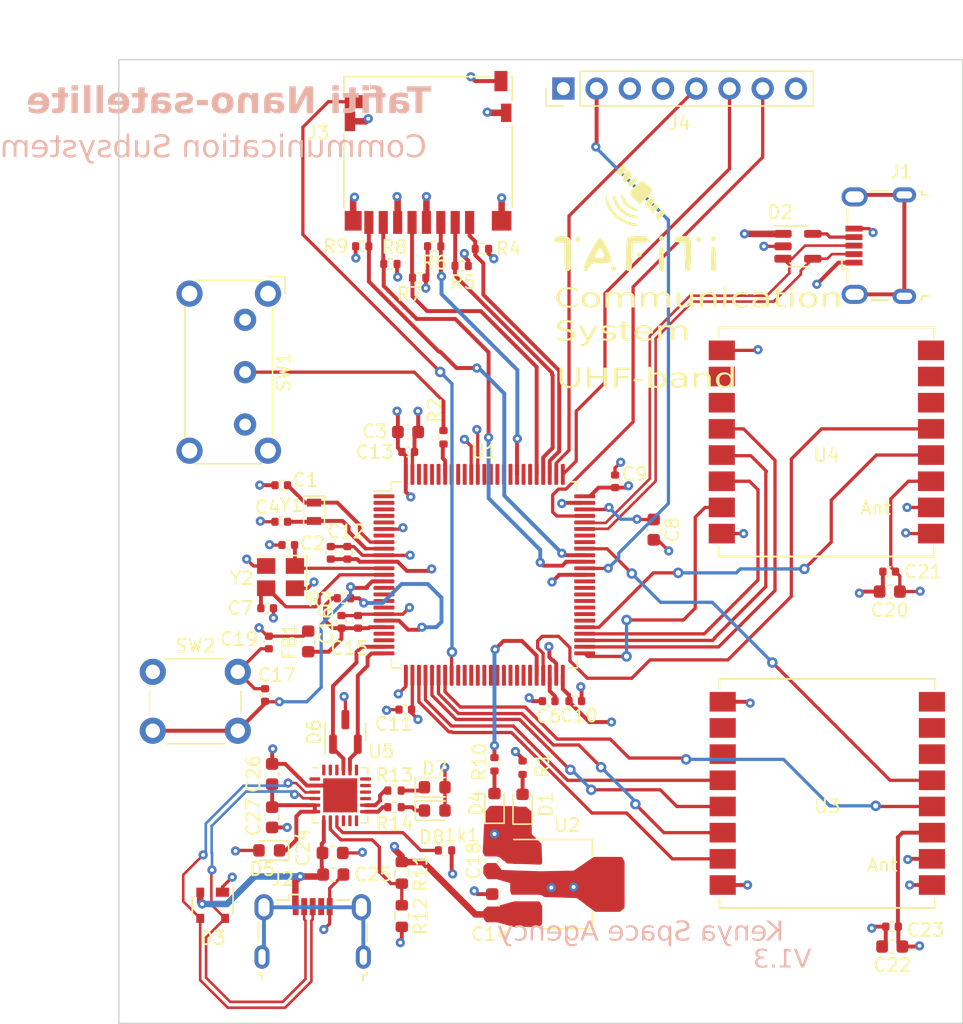
<source format=kicad_pcb>
(kicad_pcb (version 20221018) (generator pcbnew)
  (layers (0 "F.Cu" signal) (1 "In1.Cu" power "GND") (2 "In2.Cu" power "PWR") (31 "B.Cu" signal) (34 "B.Paste" user) (35 "F.Paste" user) (36 "B.SilkS" user "B.Silkscreen") (37 "F.SilkS" user "F.Silkscreen") (38 "B.Mask" user) (39 "F.Mask" user) (44 "Edge.Cuts" user))
  (net 0 "")
  (net 1 "+3V3")
  (net 2 "Net-(U5-~{RST})")
  (net 3 "LSE_IN")
  (net 4 "GND")
  (net 5 "HSE_IN")
  (net 6 "LSE_OUT")
  (net 7 "VCAP1")
  (net 8 "HSE_OUT")
  (net 9 "VCAP2")
  (net 10 "VBUS")
  (net 11 "+3.3VA")
  (net 12 "NRST")
  (net 13 "Net-(D5-K)")
  (net 14 "Net-(D1-A)")
  (net 15 "USB_DM+")
  (net 16 "USB_DM-")
  (net 17 "USB_ID")
  (net 18 "USB_D+")
  (net 19 "USB_D-")
  (net 20 "Net-(D4-A)")
  (net 21 "USART2_TX")
  (net 22 "USART2_RX")
  (net 23 "Net-(D7-K)")
  (net 24 "Net-(D8-K)")
  (net 25 "unconnected-(J1-Shield-Pad6)")
  (net 27 "unconnected-(J2-Shield-Pad6)")
  (net 28 "SDMMC_D2")
  (net 29 "SDMMC_D3")
  (net 30 "SDMMC_CMD")
  (net 31 "SDMMC_CK")
  (net 32 "SDMMC_D0")
  (net 33 "SDMMC_D1")
  (net 34 "SDMMC_DB")
  (net 35 "SDMMC_DA")
  (net 36 "ExtTRIG")
  (net 37 "JRST")
  (net 38 "SWO")
  (net 39 "JTDI")
  (net 40 "SWDCLK")
  (net 41 "SWDIO")
  (net 42 "/sw_boot")
  (net 43 "/BOOT")
  (net 44 "Net-(U1-VREF+)")
  (net 45 "LED")
  (net 46 "VBUSout")
  (net 47 "Net-(U5-~{TXT}{slash}GPIO.0)")
  (net 48 "Net-(U5-~{RXT}{slash}GPIO.1)")
  (net 61 "CS")
  (net 62 "SCK")
  (net 63 "MISO")
  (net 64 "MOSI")
  (net 65 "RESET")
  (net 78 "IRQ1")
  (net 79 "CS1")
  (net 80 "SCK1")
  (net 81 "MISO1")
  (net 82 "MOSI1")
  (net 83 "RESET1")
  (net 91 "IRQ")
  (net 93 "USB_ID-")
  (footprint "Package_QFP:LQFP-100_14x14mm_P0.5mm" (layer "F.Cu") (at 121.925 124.45)
    (fp_text reference "U1")
    (fp_text value "STM32H743VIT6")
  )
  (footprint "Button_Switch_THT:SW_E-Switch_EG1224_SPDT_Angled" (layer "F.Cu") (at 103.632 104.966 -90)
    (fp_text reference "SW1")
    (fp_text value "SW_SPDT")
  )
  (footprint "LED_SMD:LED_0603_1608Metric" (layer "F.Cu") (at 118.1285 142.458)
    (fp_text reference "D8")
    (fp_text value "LED")
  )
  (footprint "Capacitor_SMD:C_0402_1005Metric" (layer "F.Cu") (at 105.32 127)
    (fp_text reference "C7")
    (fp_text value "10p")
  )
  (footprint "Resistor_SMD:R_0402_1005Metric" (layer "F.Cu") (at 118.918 145.506 180)
    (fp_text reference "1k1")
    (fp_text value "R")
  )
  (footprint "LED_SMD:LED_0603_1608Metric" (layer "F.Cu") (at 118.1285 140.68)
    (fp_text reference "D7")
    (fp_text value "LED")
  )
  (footprint "Capacitor_SMD:C_0402_1005Metric" (layer "F.Cu") (at 106.398 120.396 180)
    (fp_text reference "C4")
    (fp_text value "15p")
  )
  (footprint "Package_TO_SOT_SMD:SOT-23" (layer "F.Cu") (at 111.3 136.45 90)
    (fp_text reference "D6")
    (fp_text value "SP0502BAHT")
  )
  (footprint "Capacitor_SMD:C_0402_1005Metric" (layer "F.Cu") (at 128.88 134.1)
    (fp_text reference "C10")
    (fp_text value "100n")
  )
  (footprint "Crystal:Crystal_SMD_3225-4Pin_3.2x2.5mm" (layer "F.Cu") (at 106.342 124.626 180)
    (fp_text reference "Y2")
    (fp_text value "16MHz")
  )
  (footprint "Resistor_SMD:R_0402_1005Metric" (layer "F.Cu") (at 118.8 113.94 -90)
    (fp_text reference "R2")
    (fp_text value "10k")
  )
  (footprint "Capacitor_SMD:C_0402_1005Metric" (layer "F.Cu") (at 106.934 122.174 180)
    (fp_text reference "C2")
    (fp_text value "10p")
  )
  (footprint "Capacitor_SMD:C_0402_1005Metric" (layer "F.Cu") (at 126.848 134.1 180)
    (fp_text reference "C6")
    (fp_text value "2.2uF")
  )
  (footprint "Resistor_SMD:R_0402_1005Metric" (layer "F.Cu") (at 115.053 142.204)
    (fp_text reference "R14")
    (fp_text value "1k")
  )
  (footprint "Capacitor_SMD:C_0603_1608Metric" (layer "F.Cu") (at 116.091 113.538)
    (fp_text reference "C3")
    (fp_text value "4.7u")
  )
  (footprint "Capacitor_SMD:C_0603_1608Metric" (layer "F.Cu") (at 110.375 147.35 180)
    (fp_text reference "C25")
    (fp_text value "4u7")
  )
  (footprint "Capacitor_SMD:C_0402_1005Metric" (layer "F.Cu") (at 106.398 117.602 180)
    (fp_text reference "C1")
    (fp_text value "15p")
  )
  (footprint "RF_Module:Ai-Thinker-Ra-01-LoRa" (layer "F.Cu") (at 148.082 114.3 180)
    (fp_text reference "U4")
    (fp_text value "Ai-Thinker-Ra-02")
  )
  (footprint "RF_Module:Ai-Thinker-Ra-01-LoRa" (layer "F.Cu") (at 148.15 141.15 180)
    (fp_text reference "U3")
    (fp_text value "Ai-Thinker-Ra-02")
  )
  (footprint "Package_TO_SOT_SMD:SOT-143" (layer "F.Cu") (at 101.15 149.7 -90)
    (fp_text reference "D3")
    (fp_text value "SP0503BAHT")
  )
  (footprint "Resistor_SMD:R_0402_1005Metric" (layer "F.Cu") (at 114.74 100.7 180)
    (fp_text reference "R8")
    (fp_text value "47k")
  )
  (footprint "Package_DFN_QFN:QFN-24-1EP_4x4mm_P0.5mm_EP2.6x2.6mm" (layer "F.Cu") (at 110.9 141.3)
    (fp_text reference "U5")
    (fp_text value "CP2102N-Axx-xQFN24")
  )
  (footprint "Connector_PinHeader_2.54mm:PinHeader_1x08_P2.54mm_Vertical" (layer "F.Cu") (at 127.97 87.3 90)
    (fp_text reference "J4")
    (fp_text value "Conn_01x08_Male")
  )
  (footprint "Button_Switch_THT:SW_PUSH_6mm" (layer "F.Cu") (at 96.572 131.862)
    (fp_text reference "SW2")
    (fp_text value "SW_Push")
  )
  (footprint "LED_SMD:LED_0603_1608Metric" (layer "F.Cu") (at 122.7 141.951 90)
    (fp_text reference "D4")
    (fp_text value "LED")
  )
  (footprint "LOGO" (layer "F.Cu") (at 133.79 97.61)
    (fp_text reference "G***" hide)
    (fp_text value "LOGO" hide)
  )
  (footprint "Capacitor_SMD:C_0402_1005Metric" (layer "F.Cu") (at 110.18 122.77 90)
    (fp_text reference "C5" hide)
    (fp_text value "100n")
  )
  (footprint "Capacitor_SMD:C_0603_1608Metric" (layer "F.Cu") (at 110.325 145.7)
    (fp_text reference "C24")
    (fp_text value "100n")
  )
  (footprint "Capacitor_SMD:C_0402_1005Metric" (layer "F.Cu") (at 110.998 128.044 90)
    (fp_text reference "C16")
    (fp_text value "1u")
  )
  (footprint "Resistor_SMD:R_0402_1005Metric" (layer "F.Cu") (at 122.7 138.9265 -90)
    (fp_text reference "R10")
    (fp_text value "1k")
  )
  (footprint "Resistor_SMD:R_0402_1005Metric" (layer "F.Cu") (at 124.85 139.1885 -90)
    (fp_text reference "R1")
    (fp_text value "1k")
  )
  (footprint "Capacitor_SMD:C_0603_1608Metric" (layer "F.Cu") (at 122.53 149.619 90)
    (fp_text reference "C14")
    (fp_text value "10u")
  )
  (footprint "Capacitor_SMD:C_0603_1608Metric" (layer "F.Cu") (at 153.115 152.85 180)
    (fp_text reference "C22")
    (fp_text value "22uF/16V")
  )
  (footprint "Resistor_SMD:R_0603_1608Metric" (layer "F.Cu") (at 115.614 150.523 -90)
    (fp_text reference "R12")
    (fp_text value "47k5")
  )
  (footprint "Connector_USB:USB_Micro-B_Wuerth_629105150521" (layer "F.Cu") (at 108.8 151.7)
    (fp_text reference "J2")
    (fp_text value "USB_B_Micro")
  )
  (footprint "Package_TO_SOT_SMD:SOT-223-3_TabPin2" (layer "F.Cu") (at 128.27 148.082)
    (fp_text reference "U2")
    (fp_text value "AMS1117-3.3")
  )
  (footprint "Capacitor_SMD:C_0402_1005Metric" (layer "F.Cu") (at 116.106 115.062)
    (fp_text reference "C13")
    (fp_text value "100n")
  )
  (footprint "Resistor_SMD:R_0402_1005Metric" (layer "F.Cu") (at 116.94 101.75 180)
    (fp_text reference "R7")
    (fp_text value "47k")
  )
  (footprint "Resistor_SMD:R_0402_1005Metric" (layer "F.Cu") (at 120.19 100.85 180)
    (fp_text reference "R5")
    (fp_text value "47k")
  )
  (footprint "Diode_SMD:D_0603_1608Metric" (layer "F.Cu") (at 105.4795 145.506 180)
    (fp_text reference "D5")
    (fp_text value "DIODE")
  )
  (footprint "Resistor_SMD:R_0603_1608Metric" (layer "F.Cu") (at 115.614 147.221 -90)
    (fp_text reference "R11")
    (fp_text value "22k1")
  )
  (footprint "Connector_Card:microSD_HC_Hirose_DM3D-SF" (layer "F.Cu") (at 117.622 92.176)
    (fp_text reference "J3")
    (fp_text value "Micro_SD_Card_Det")
  )
  (footprint "Package_TO_SOT_SMD:SOT-23-5" (layer "F.Cu") (at 145.9 99.35)
    (fp_text reference "D2")
    (fp_text value "SP0504BAHT")
  )
  (footprint "Inductor_SMD:L_0603_1608Metric" (layer "F.Cu") (at 108.458 129.54 90)
    (fp_text reference "FB1")
    (fp_text value "120R")
  )
  (footprint "Resistor_SMD:R_0402_1005Metric" (layer "F.Cu") (at 115.053 140.934)
    (fp_text reference "R13")
    (fp_text value "1k")
  )
  (footprint "Capacitor_SMD:C_0603_1608Metric" (layer "F.Cu") (at 105.7 142.975 90)
    (fp_text reference "C27")
    (fp_text value "100n")
  )
  (footprint "Capacitor_SMD:C_0603_1608Metric" (layer "F.Cu") (at 134.875 121 -90)
    (fp_text reference "C8")
    (fp_text value "2.2uF")
  )
  (footprint "Capacitor_SMD:C_0402_1005Metric" (layer "F.Cu") (at 152.88 124.206 180)
    (fp_text reference "C21")
    (fp_text value "0.1uF")
  )
  (footprint "Crystal:Crystal_SMD_2012-2Pin_2.0x1.2mm" (layer "F.Cu") (at 108.904 119.634 -90)
    (fp_text reference "Y1")
    (fp_text value "32.768KHz")
  )
  (footprint "Capacitor_SMD:C_0402_1005Metric" (layer "F.Cu") (at 112.268 128.044 90)
    (fp_text reference "C15")
    (fp_text value "10n")
  )
  (footprint "Capacitor_SMD:C_0402_1005Metric" (layer "F.Cu") (at 111.45 122.77 90)
    (fp_text reference "C12")
    (fp_text value "100n")
  )
  (footprint "Capacitor_SMD:C_0603_1608Metric" (layer "F.Cu") (at 152.921 125.73 180)
    (fp_text reference "C20")
    (fp_text value "22uF/16V")
  )
  (footprint "Capacitor_SMD:C_0402_1005Metric" (layer "F.Cu") (at 105.45 129.62 -90)
    (fp_text reference "C19")
    (fp_text value "1u")
  )
  (footprint "Capacitor_SMD:C_0402_1005Metric" (layer "F.Cu") (at 153.1 151.326 180)
    (fp_text reference "C23")
    (fp_text value "0.1uF")
  )
  (footprint "Capacitor_SMD:C_0603_1608Metric" (layer "F.Cu") (at 122.53 146.291 90)
    (fp_text reference "C18")
    (fp_text value "10u")
  )
  (footprint "Connector_USB:USB_Micro-B_Wuerth_629105150521" (layer "F.Cu") (at 152.09 99.2975 90)
    (fp_text reference "J1")
    (fp_text value "USB_B_Micro")
  )
  (footprint "Resistor_SMD:R_0402_1005Metric" (layer "F.Cu") (at 121.74 99.55 180)
    (fp_text reference "R4")
    (fp_text value "47k")
  )
  (footprint "Resistor_SMD:R_0402_1005Metric" (layer "F.Cu") (at 111.19 126.238)
    (fp_text reference "R3")
    (fp_text value "10k")
  )
  (footprint "LED_SMD:LED_0603_1608Metric" (layer "F.Cu") (at 124.85 142.01 90)
    (fp_text reference "D1")
    (fp_text value "LED")
  )
  (footprint "Resistor_SMD:R_0402_1005Metric" (layer "F.Cu") (at 112.59 99.35)
    (fp_text reference "R9")
    (fp_text value "47k")
  )
  (footprint "Resistor_SMD:R_0402_1005Metric" (layer "F.Cu") (at 118.09 99.35)
    (fp_text reference "R6")
    (fp_text value "47k")
  )
  (footprint "Capacitor_SMD:C_0402_1005Metric" (layer "F.Cu") (at 131.918 117.306 90)
    (fp_text reference "C9")
    (fp_text value "100n")
  )
  (footprint "Capacitor_SMD:C_0402_1005Metric" (layer "F.Cu") (at 115.88 134.75 180)
    (fp_text reference "C11")
    (fp_text value "100n")
  )
  (footprint "Capacitor_SMD:C_0402_1005Metric" (layer "F.Cu") (at 105.156 133.632 -90)
    (fp_text reference "C17")
    (fp_text value "100n")
  )
  (footprint "Capacitor_SMD:C_0603_1608Metric" (layer "F.Cu") (at 105.7 139.673 90)
    (fp_text reference "C26")
    (fp_text value "4u7")
  )
  (gr_rect (start 93.98 85.09) (end 158.5 158.724) (stroke (width 0.1)) (fill none) (layer "Edge.Cuts"))
  (gr_text "Kenya Space Agency" (at 144.83 152.65) (layer "B.SilkS") (effects (font (size 1.5 1.5)) (justify left bottom mirror)))
  (gr_text "\nV1.3" (at 142.47 154.69) (layer "B.SilkS") (effects (font (size 1.4 1.4)) (justify right bottom mirror)))
  (gr_text "Tafiti Nano-satellite" (at 117.88 89.51) (layer "B.SilkS") (effects (font (size 2 2) (thickness 0.3) bold) (justify left bottom mirror)))
  (gr_text "Communication Subsystem" (at 117.52 92.83) (layer "B.SilkS") (effects (font (size 1.7 1.7)) (justify left bottom mirror)))
  (gr_text "UHF-band" (at 127.44 110.41) (layer "F.SilkS") (effects (font (size 1.5 2)) (justify left bottom)))
  (gr_text "Communication\nSystem" (at 127.26 106.8) (layer "F.SilkS") (effects (font (size 1.5 2)) (justify left bottom)))
  (gr_text "Ant" (at 150.58 119.93) (layer "F.SilkS") (effects (font (size 1 1)) (justify left bottom)))
  (gr_text "Ant" (at 151.09 147.19) (layer "F.SilkS") (effects (font (size 1 1)) (justify left bottom)))
  (segment (start 117.58 101.62) (end 117.45 101.75) (width 0.3) (layer "F.Cu") (net 1))
  (segment (start 153.696 125.73) (end 155.22 125.73) (width 0.25) (layer "F.Cu") (net 1))
  (segment (start 116.42 132.135) (end 116.42 134.69) (width 0.25) (layer "F.Cu") (net 1))
  (segment (start 117.75 124.15) (end 117.9 124) (width 0.3) (layer "F.Cu") (net 1))
  (segment (start 115.59 120.96) (end 115.7 120.85) (width 0.25) (layer "F.Cu") (net 1))
  (segment (start 128.4 133.6) (end 128.351041 133.6) (width 0.3) (layer "F.Cu") (net 1))
  (segment (start 153.55 144.5) (end 153.55 151.296) (width 0.3) (layer "F.Cu") (net 1))
  (segment (start 116.36 134.75) (end 116.36 135.01) (width 0.25) (layer "F.Cu") (net 1))
  (segment (start 153 123.846) (end 153 118.65) (width 0.25) (layer "F.Cu") (net 1))
  (segment (start 118.916 140.68) (end 118.916 142.458) (width 0.25) (layer "F.Cu") (net 1))
  (segment (start 156.15 144.15) (end 153.9 144.15) (width 0.3) (layer "F.Cu") (net 1))
  (segment (start 153 118.65) (end 154.35 117.3) (width 0.25) (layer "F.Cu") (net 1))
  (segment (start 115.92 118.12) (end 116.3 118.5) (width 0.3) (layer "F.Cu") (net 1))
  (segment (start 102.944 145.506) (end 104.692 145.506) (width 0.25) (layer "F.Cu") (net 1))
  (segment (start 128.4 133.6) (end 128.4 134.1) (width 0.3) (layer "F.Cu") (net 1))
  (segment (start 112.2 123.25) (end 111.45 123.25) (width 0.3) (layer "F.Cu") (net 1))
  (segment (start 116.36 135.01) (end 116.85 135.5) (width 0.25) (layer "F.Cu") (net 1))
  (segment (start 153.696 124.542) (end 153.36 124.206) (width 0.25) (layer "F.Cu") (net 1))
  (segment (start 102.9 145.55) (end 102.944 145.506) (width 0.25) (layer "F.Cu") (net 1))
  (segment (start 115.316 112.016) (end 115.25 111.95) (width 0.3) (layer "F.Cu") (net 1))
  (segment (start 132.814 117.786) (end 132.95 117.65) (width 0.3) (layer "F.Cu") (net 1))
  (segment (start 153.36 124.206) (end 153 123.846) (width 0.25) (layer "F.Cu") (net 1))
  (segment (start 127.925 133.173959) (end 127.925 132.125) (width 0.3) (layer "F.Cu") (net 1))
  (segment (start 115.25 101.65) (end 115.3 101.7) (width 0.3) (layer "F.Cu") (net 1))
  (segment (start 124.85 138.5) (end 124.3 137.95) (width 0.3) (layer "F.Cu") (net 1))
  (segment (start 124.85 138.6785) (end 124.85 138.5) (width 0.3) (layer "F.Cu") (net 1))
  (segment (start 129.957035 135.7) (end 131.65 135.7) (width 0.3) (layer "F.Cu") (net 1))
  (segment (start 119.428 147.228) (end 119.5 147.3) (width 0.3) (layer "F.Cu") (net 1))
  (segment (start 128.4 134.1) (end 128.4 134.142965) (width 0.3) (layer "F.Cu") (net 1))
  (segment (start 115.316 113.538) (end 115.316 112.016) (width 0.3) (layer "F.Cu") (net 1))
  (segment (start 118.916 139.166) (end 118.9 139.15) (width 0.25) (layer "F.Cu") (net 1))
  (segment (start 115.316 114.752) (end 115.626 115.062) (width 0.3) (layer "F.Cu") (net 1))
  (segment (start 155.22 125.73) (end 155.25 125.7) (width 0.25) (layer "F.Cu") (net 1))
  (segment (start 115.3 123.45) (end 116 124.15) (width 0.3) (layer "F.Cu") (net 1))
  (segment (start 116.42 134.69) (end 116.36 134.75) (width 0.25) (layer "F.Cu") (net 1))
  (segment (start 110.18 123.25) (end 111.45 123.25) (width 0.3) (layer "F.Cu") (net 1))
  (segment (start 117.58 99.35) (end 117.58 101.62) (width 0.3) (layer "F.Cu") (net 1))
  (segment (start 115.25 100.7) (end 115.25 101.65) (width 0.3) (layer "F.Cu") (net 1))
  (segment (start 105.34 129.14) (end 104.7 128.5) (width 0.25) (layer "F.Cu") (net 1))
  (segment (start 122.25 99.9) (end 122.65 100.3) (width 0.3) (layer "F.Cu") (net 1))
  (segment (start 108.0705 129.14) (end 108.458 128.7525) (width 0.25) (layer "F.Cu") (net 1))
  (segment (start 115.92 116.785) (end 115.92 118.12) (width 0.3) (layer "F.Cu") (net 1))
  (segment (start 115.297 95.597) (end 115.25 95.55) (width 0.5) (layer "F.Cu") (net 1))
  (segment (start 118.916 140.68) (end 118.916 139.166) (width 0.25) (layer "F.Cu") (net 1))
  (segment (start 105.45 129.14) (end 108.0705 129.14) (width 0.25) (layer "F.Cu") (net 1))
  (segment (start 120.7 100.45) (end 120.35 100.1) (width 0.3) (layer "F.Cu") (net 1))
  (segment (start 115.92 115.356) (end 115.92 116.785) (width 0.3) (layer "F.Cu") (net 1))
  (segment (start 114.25 123.45) (end 112.42 123.45) (width 0.3) (layer "F.Cu") (net 1))
  (segment (start 115.316 113.538) (end 115.316 114.752) (width 0.3) (layer "F.Cu") (net 1))
  (segment (start 112.42 123.45) (end 112.41 123.46) (width 0.3) (layer "F.Cu") (net 1))
  (segment (start 112.41 123.46) (end 112.2 123.25) (width 0.3) (layer "F.Cu") (net 1))
  (segment (start 114.25 123.45) (end 115.3 123.45) (width 0.3) (layer "F.Cu") (net 1))
  (segment (start 115.297 97.526) (end 115.297 95.597) (width 0.5) (layer "F.Cu") (net 1))
  (segment (start 131.918 117.786) (end 132.814 117.786) (width 0.3) (layer "F.Cu") (net 1))
  (segment (start 153.89 152.85) (end 155.15 152.85) (width 0.3) (layer "F.Cu") (net 1))
  (segment (start 128.4 134.142965) (end 129.957035 135.7) (width 0.3) (layer "F.Cu") (net 1))
  (segment (start 120.35 99.9465) (end 120.3965 99.9) (width 0.3) (layer "F.Cu") (net 1))
  (segment (start 116 124.15) (end 117.75 124.15) (width 0.3) (layer "F.Cu") (net 1))
  (segment (start 153.58 151.326) (end 153.58 152.54) (width 0.3) (layer "F.Cu") (net 1))
  (segment (start 153.58 152.54) (end 153.89 152.85) (width 0.3) (layer "F.Cu") (net 1))
  (segment (start 119.428 145.506) (end 119.428 147.228) (width 0.3) (layer "F.Cu") (net 1))
  (segment (start 153.696 125.73) (end 153.696 124.542) (width 0.25) (layer "F.Cu") (net 1))
  (segment (start 122.25 99.55) (end 122.25 99.9) (width 0.3) (layer "F.Cu") (net 1))
  (segment (start 105.45 129.14) (end 105.34 129.14) (width 0.25) (layer "F.Cu") (net 1))
  (segment (start 115.626 115.062) (end 115.92 115.356) (width 0.3) (layer "F.Cu") (net 1))
  (segment (start 154.35 117.3) (end 156.082 117.3) (width 0.25) (layer "F.Cu") (net 1))
  (segment (start 120.35 100.1) (end 120.35 99.9465) (width 0.3) (layer "F.Cu") (net 1))
  (segment (start 153.9 144.15) (end 153.55 144.5) (width 0.3) (layer "F.Cu") (net 1))
  (segment (start 128.351041 133.6) (end 127.925 133.173959) (width 0.3) (layer "F.Cu") (net 1))
  (segment (start 120.7 100.85) (end 120.7 100.45) (width 0.3) (layer "F.Cu") (net 1))
  (segment (start 130.664 117.786) (end 130 118.45) (width 0.3) (layer "F.Cu") (net 1))
  (segment (start 131.918 117.786) (end 130.664 117.786) (width 0.3) (layer "F.Cu") (net 1))
  (segment (start 155.15 152.85) (end 155.2 152.8) (width 0.3) (layer "F.Cu") (net 1))
  (segment (start 112.08 99.35) (end 112.08 100.23) (width 0.3) (layer "F.Cu") (net 1))
  (segment (start 153.55 151.296) (end 153.58 151.326) (width 0.3) (layer "F.Cu") (net 1))
  (segment (start 114.245 120.96) (end 115.59 120.96) (width 0.25) (layer "F.Cu") (net 1))
  (segment (start 117.45 101.75) (end 117.45 102.55) (width 0.3) (layer "F.Cu") (net 1))
  (segment (start 112.08 100.23) (end 112.1 100.25) (width 0.3) (layer "F.Cu") (net 1))
  (via (at 117.9 124) (size 0.7) (drill 0.3) (layers "F.Cu" "B.Cu") (net 1))
  (via (at 131.65 135.7) (size 0.7) (drill 0.3) (layers "F.Cu" "B.Cu") (net 1))
  (via (at 119.5 147.3) (size 0.7) (drill 0.3) (layers "F.Cu" "B.Cu") (net 1))
  (via (at 155.25 125.7) (size 0.7) (drill 0.3) (layers "F.Cu" "B.Cu") (net 1))
  (via (at 117.45 102.55) (size 0.7) (drill 0.3) (layers "F.Cu" "B.Cu") (net 1))
  (via (at 115.3 101.7) (size 0.7) (drill 0.3) (layers "F.Cu" "B.Cu") (net 1))
  (via (at 116.85 135.5) (size 0.7) (drill 0.3) (layers "F.Cu" "B.Cu") (net 1))
  (via (at 118.9 139.15) (size 0.7) (drill 0.3) (layers "F.Cu" "B.Cu") (net 1))
  (via (at 112.1 100.25) (size 0.7) (drill 0.3) (layers "F.Cu" "B.Cu") (net 1))
  (via (at 115.7 120.85) (size 0.7) (drill 0.3) (layers "F.Cu" "B.Cu") (net 1))
  (via (at 127.05 148.35) (size 0.7) (drill 0.3) (layers "F.Cu" "B.Cu") (net 1))
  (via (at 104.7 128.5) (size 0.7) (drill 0.3) (layers "F.Cu" "B.Cu") (net 1))
  (via (at 132.95 117.65) (size 0.7) (drill 0.3) (layers "F.Cu" "B.Cu") (net 1))
  (via (at 124.3 137.95) (size 0.7) (drill 0.3) (layers "F.Cu" "B.Cu") (net 1))
  (via (at 155.2 152.8) (size 0.7) (drill 0.3) (layers "F.Cu" "B.Cu") (net 1))
  (via (at 128.75 148.3) (size 0.7) (drill 0.3) (layers "F.Cu" "B.Cu") (net 1))
  (via (at 116.3 118.5) (size 0.7) (drill 0.3) (layers "F.Cu" "B.Cu") (net 1))
  (via (at 115.25 111.95) (size 0.7) (drill 0.3) (layers "F.Cu" "B.Cu") (net 1))
  (via (at 122.65 100.3) (size 0.7) (drill 0.3) (layers "F.Cu" "B.Cu") (net 1))
  (via (at 115.25 95.55) (size 0.7) (drill 0.3) (layers "F.Cu" "B.Cu") (net 1))
  (via (at 120.3965 99.9) (size 0.7) (drill 0.3) (layers "F.Cu" "B.Cu") (net 1))
  (via (at 102.9 145.55) (size 0.7) (drill 0.3) (layers "F.Cu" "B.Cu") (net 1))
  (segment (start 110.65 143.698008) (end 111.101992 144.15) (width 0.25) (layer "F.Cu") (net 2))
  (segment (start 117.056 145.506) (end 118.408 145.506) (width 0.25) (layer "F.Cu") (net 2))
  (segment (start 115.7 144.15) (end 117.056 145.506) (width 0.25) (layer "F.Cu") (net 2))
  (segment (start 110.65 143.2375) (end 110.65 143.698008) (width 0.25) (layer "F.Cu") (net 2))
  (segment (start 111.101992 144.15) (end 115.7 144.15) (width 0.25) (layer "F.Cu") (net 2))
  (segment (start 110.684 118.934) (end 108.904 118.934) (width 0.3) (layer "F.Cu") (net 3))
  (segment (start 113.2 121.95) (end 112.4 121.15) (width 0.25) (layer "F.Cu") (net 3))
  (segment (start 112.4 120.65) (end 110.684 118.934) (width 0.3) (layer "F.Cu") (net 3))
  (segment (start 112.4 121.15) (end 112.4 120.65) (width 0.3) (layer "F.Cu") (net 3))
  (segment (start 108.21 118.934) (end 106.878 117.602) (width 0.3) (layer "F.Cu") (net 3))
  (segment (start 114.25 121.95) (end 113.2 121.95) (width 0.25) (layer "F.Cu") (net 3))
  (segment (start 108.904 118.934) (end 108.21 118.934) (width 0.3) (layer "F.Cu") (net 3))
  (segment (start 125.6 134.1) (end 125.35 133.85) (width 0.3) (layer "F.Cu") (net 4))
  (segment (start 123.247 95.653) (end 123.25 95.65) (width 0.5) (layer "F.Cu") (net 4))
  (segment (start 105.156 133.152) (end 104.362 133.152) (width 0.25) (layer "F.Cu") (net 4))
  (segment (start 104.752 117.602) (end 104.75 117.6) (width 0.3) (layer "F.Cu") (net 4))
  (segment (start 117.497 95.953) (end 117.5 95.95) (width 0.5) (layer "F.Cu") (net 4))
  (segment (start 126.895 129.96936) (end 126.895 130.745) (width 0.3) (layer "F.Cu") (net 4))
  (segment (start 123.597 89.151) (end 122.201 89.151) (width 0.5) (layer "F.Cu") (net 4))
  (segment (start 117.497 97.526) (end 117.497 95.953) (width 0.5) (layer "F.Cu") (net 4))
  (segment (start 105.524 122.174) (end 105.5 122.15) (width 0.25) (layer "F.Cu") (net 4))
  (segment (start 111.94 122.29) (end 111.45 122.29) (width 0.25) (layer "F.Cu") (net 4))
  (segment (start 104.846 120.396) (end 104.8 120.35) (width 0.25) (layer "F.Cu") (net 4))
  (segment (start 156.082 121.3) (end 154.3 121.3) (width 0.25) (layer "F.Cu") (net 4))
  (segment (start 140.15 148.15) (end 142.05 148.15) (width 0.3) (layer "F.Cu") (net 4))
  (segment (start 105.7 143.75) (end 106.75 143.75) (width 0.3) (layer "F.Cu") (net 4))
  (segment (start 106.75 143.75) (end 106.85 143.85) (width 0.3) (layer "F.Cu") (net 4))
  (segment (start 105.918 120.396) (end 104.846 120.396) (width 0.25) (layer "F.Cu") (net 4))
  (segment (start 152.62 152.57) (end 152.34 152.85) (width 0.3) (layer "F.Cu") (net 4))
  (segment (start 116.2 126.95) (end 115.69 127.46) (width 0.25) (layer "F.Cu") (net 4))
  (segment (start 152.62 151.326) (end 151.674 151.326) (width 0.3) (layer "F.Cu") (net 4))
  (segment (start 131.918 116.826) (end 131.918 116.282) (width 0.25) (layer "F.Cu") (net 4))
  (segment (start 127.125 130.975) (end 127.176041 130.975) (width 0.3) (layer "F.Cu") (net 4))
  (segment (start 106.698 138.898) (end 105.7 138.898) (width 0.3) (layer "F.Cu") (net 4))
  (segment (start 112.372 127.46) (end 114.245 127.46) (width 0.25) (layer "F.Cu") (net 4))
  (segment (start 112.849 89.801) (end 113.05 89.6) (width 0.5) (layer "F.Cu") (net 4))
  (segment (start 144.7625 99.35) (end 143.3 99.35) (width 0.25) (layer "F.Cu") (net 4))
  (segment (start 114.5 134.75) (end 114.45 134.8) (width 0.25) (layer "F.Cu") (net 4))
  (segment (start 129.36 134.1) (end 129.36 133.06) (width 0.3) (layer "F.Cu") (net 4))
  (segment (start 154.3 121.3) (end 154.25 121.25) (width 0.25) (layer "F.Cu") (net 4))
  (segment (start 142.15 134.15) (end 142.25 134.25) (width 0.3) (layer "F.Cu") (net 4))
  (segment (start 127.176041 130.975) (end 127.425 131.223959) (width 0.3) (layer "F.Cu") (net 4))
  (segment (start 116.866 111.966) (end 116.85 111.95) (width 0.3) (layer "F.Cu") (net 4))
  (segment (start 140.082 107.3) (end 142.8 107.3) (width 0.25) (layer "F.Cu") (net 4))
  (segment (start 156.15 146.15) (end 154.35 146.15) (width 0.3) (layer "F.Cu") (net 4))
  (segment (start 127.9 118.95) (end 129.377893 118.95) (width 0.3) (layer "F.Cu") (net 4))
  (segment (start 129.36 133.06) (end 129.3 133) (width 0.3) (layer "F.Cu") (net 4))
  (segment (start 104.362 133.152) (end 103.072 131.862) (width 0.25) (layer "F.Cu") (net 4))
  (segment (start 104.276 123.776) (end 103.75 123.25) (width 0.25) (layer "F.Cu") (net 4))
  (segment (start 156.082 119.3) (end 154.25 119.3) (width 0.25) (layer "F.Cu") (net 4))
  (segment (start 107.408814 139.6) (end 107.4 139.6) (width 0.3) (layer "F.Cu") (net 4))
  (segment (start 115.69 127.46) (end 114.245 127.46) (width 0.25) (layer "F.Cu") (net 4))
  (segment (start 105.7 138.898) (end 105.7 137.8) (width 0.3) (layer "F.Cu") (net 4))
  (segment (start 116.425 116.775) (end 116.425 115.223) (width 0.25) (layer "F.Cu") (net 4))
  (segment (start 127.425 131.223959) (end 127.425 131.922893) (width 0.3) (layer "F.Cu") (net 4))
  (segment (start 112 95.6) (end 111.897 95.703) (width 0.5) (layer "F.Cu") (net 4))
  (segment (start 122.53 148.844) (end 121.394 148.844) (width 0.3) (layer "F.Cu") (net 4))
  (segment (start 127.85 119) (end 127.9 118.95) (width 0.3) (layer "F.Cu") (net 4))
  (segment (start 105.8 127) (end 105.8 127.75) (width 0.25) (layer "F.Cu") (net 4))
  (segment (start 116.866 113.538) (end 116.866 111.966) (width 0.3) (layer "F.Cu") (net 4))
  (segment (start 115.614 152.436) (end 115.5 152.55) (width 0.3) (layer "F.Cu") (net 4))
  (segment (start 115.4 134.75) (end 114.5 134.75) (width 0.25) (layer "F.Cu") (net 4))
  (segment (start 107.442 125.476) (end 108.424 125.476) (width 0.25) (layer "F.Cu") (net 4))
  (segment (start 126.368 134.1) (end 125.6 134.1) (width 0.3) (layer "F.Cu") (net 4))
  (segment (start 140.082 121.3) (end 141.75 121.3) (width 0.25) (layer "F.Cu") (net 4))
  (segment (start 115.92 132.98) (end 115.92 132.135) (width 0.25) (layer "F.Cu") (net 4))
  (segment (start 107.4 139.6) (end 106.698 138.898) (width 0.3) (layer "F.Cu") (net 4))
  (segment (start 116.586 115.062) (end 116.586 113.818) (width 0.3) (layer "F.Cu") (net 4))
  (segment (start 105.242 123.776) (end 104.276 123.776) (width 0.25) (layer "F.Cu") (net 4))
  (segment (start 152.4 125.476) (end 152.146 125.73) (width 0.3) (layer "F.Cu") (net 4))
  (segment (start 151.674 151.326) (end 151.55 151.45) (width 0.3) (layer "F.Cu") (net 4))
  (segment (start 116.24 122.96) (end 112.61 122.96) (width 0.25) (layer "F.Cu") (net 4))
  (segment (start 152.4 124.206) (end 152.4 125.476) (width 0.3) (layer "F.Cu") (net 4))
  (segment (start 111.897 95.703) (end 111.897 97.401) (width 0.5) (layer "F.Cu") (net 4))
  (segment (start 116.586 113.818) (end 116.866 113.538) (width 0.3) (layer "F.Cu") (net 4))
  (segment (start 105.7 137.8) (end 105.75 137.75) (width 0.3) (layer "F.Cu") (net 4))
  (segment (start 122.201 89.151) (end 122.15 89.1) (width 0.5) (layer "F.Cu") (net 4))
  (segment (start 105.918 117.602) (end 104.752 117.602) (width 0.3) (layer "F.Cu") (net 4))
  (segment (start 142.8 107.3) (end 142.85 107.25) (width 0.25) (layer "F.Cu") (net 4))
  (segment (start 106.454 122.174) (end 105.524 122.174) (width 0.25) (layer "F.Cu") (net 4))
  (segment (start 156.15 148.15) (end 154.45 148.15) (width 0.3) (layer "F.Cu") (net 4))
  (segment (start 140.15 134.15) (end 142.15 134.15) (width 0.3) (layer "F.Cu") (net 4))
  (segment (start 101.9 148.7) (end 101.9 148.3) (width 0.25) (layer "F.Cu") (net 4))
  (segment (start 110.1 149.8) (end 110.1 151.1) (width 0.25) (layer "F.Cu") (net 4))
  (segment (start 131.918 116.282) (end 132.35 115.85) (width 0.25) (layer "F.Cu") (net 4))
  (segment (start 151.3475 97.9975) (end 151.65 98.3) (width 0.25) (layer "F.Cu") (net 4))
  (segment (start 150.72 125.73) (end 150.6 125.85) (width 0.3) (layer "F.Cu") (net 4))
  (segment (start 108.358814 140.55) (end 107.408814 139.6) (width 0.3) (layer "F.Cu") (net 4))
  (segment (start 134.875 121.775) (end 135.175 121.775) (width 0.25) (layer "F.Cu") (net 4))
  (segment (start 154.35 146.15) (end 154.3 146.2) (width 0.3) (layer "F.Cu") (net 4))
  (segment (start 121.394 148.844) (end 121.15 148.6) (width 0.3) (layer "F.Cu") (net 4))
  (segment (start 150.19 97.9975) (end 151.3475 97.9975) (width 0.25) (layer "F.Cu") (net 4))
  (segment (start 152.62 151.326) (end 152.62 152.57) (width 0.3) (layer "F.Cu") (net 4))
  (segment (start 105.45 130.1) (end 104.834 130.1) (width 0.25) (layer "F.Cu") (net 4))
  (segment (start 152.146 125.73) (end 150.72 125.73) (width 0.3) (layer "F.Cu") (net 4))
  (segment (start 135.175 121.775) (end 136.025 122.625) (width 0.25) (layer "F.Cu") (net 4))
  (segment (start 116.425 115.223) (end 116.586 115.062) (width 0.25) (layer "F.Cu") (net 4))
  (segment (start 116.25 122.95) (end 116.24 122.96) (width 0.25) (layer "F.Cu") (net 4))
  (segment (start 126.86282 129.93718) (end 126.895 129.96936) (width 0.3) (layer "F.Cu") (net 4))
  (segment (start 115.35 133.55) (end 115.92 132.98) (width 0.25) (layer "F.Cu") (net 4))
  (segment (start 110.1 149.8) (end 110.1 148.4) (width 0.25) (layer "F.Cu") (net 4))
  (segment (start 108.424 125.476) (end 108.8 125.1) (width 0.25) (layer "F.Cu") (net 4))
  (segment (start 126.895 130.745) (end 127.125 130.975) (width 0.3) (layer "F.Cu") (net 4))
  (segment (start 110.15 140.55) (end 110.9 141.3) (width 0.3) (layer "F.Cu") (net 4))
  (segment (start 108.9625 140.55) (end 110.15 140.55) (width 0.3) (layer "F.Cu") (net 4))
  (segment (start 110.18 122.29) (end 111.45 122.29) (width 0.25) (layer "F.Cu") (net 4))
  (segment (start 115.614 151.348) (end 115.614 152.436) (width 0.3) (layer "F.Cu") (net 4))
  (segment (start 112.55 145.7) (end 112.6 145.65) (width 0.25) (layer "F.Cu") (net 4))
  (segment (start 112.61 122.96) (end 111.94 122.29) (width 0.25) (layer "F.Cu") (net 4))
  (segment (start 111.647 89.801) (end 112.849 89.801) (width 0.5) (layer "F.Cu") (net 4))
  (segment (start 101.9 148.3) (end 102.65 147.55) (width 0.25) (layer "F.Cu") (net 4))
  (segment (start 108.9625 140.55) (end 108.358814 140.55) (width 0.3) (layer "F.Cu") (net 4))
  (segment (start 123.247 97.401) (end 123.247 95.653) (width 0.5) (layer "F.Cu") (net 4))
  (segment (start 111.3 135.5125) (end 111.3 133.85) (width 0.25) (layer "F.Cu") (net 4))
  (segment (start 110.998 127.564) (end 112.268 127.564) (width 0.25) (layer "F.Cu") (net 4))
  (segment (start 104.834 130.1) (end 103.072 131.862) (width 0.25) (layer "F.Cu") (net 4))
  (segment (start 111.1 145.7) (end 112.55 145.7) (width 0.25) (layer "F.Cu") (net 4))
  (segment (start 110.1 148.4) (end 111.15 147.35) (width 0.25) (layer "F.Cu") (net 4))
  (segment (start 112.268 127.564) (end 112.372 127.46) (width 0.25) (layer "F.Cu") (net 4))
  (segment (start 111.3 133.85) (end 111.2 133.75) (width 0.25) (layer "F.Cu") (net 4))
  (segment (start 110.1 151.1) (end 109.65 151.55) (width 0.25) (layer "F.Cu") (net 4))
  (via (at 109.65 151.55) (size 0.7) (drill 0.3) (layers "F.Cu" "B.Cu") (net 4))
  (via (at 151.65 98.3) (size 0.7) (drill 0.3) (layers "F.Cu" "B.Cu") (net 4))
  (via (at 108.9 125) (size 0.7) (drill 0.3) (layers "F.Cu" "B.Cu") (net 4))
  (via (at 112.6 145.65) (size 0.7) (drill 0.3) (layers "F.Cu" "B.Cu") (net 4))
  (via (at 114.45 134.8) (size 0.7) (drill 0.3) (layers "F.Cu" "B.Cu") (net 4))
  (via (at 116.85 111.95) (size 0.7) (drill 0.3) (layers "F.Cu" "B.Cu") (net 4))
  (via (at 122.15 89.1) (size 0.7) (drill 0.3) (layers "F.Cu" "B.Cu") (net 4))
  (via (at 127.85 119) (size 0.7) (drill 0.3) (layers "F.Cu" "B.Cu") (net 4))
  (via (at 122.7 144.25) (size 0.7) (drill 0.3) (layers "F.Cu" "B.Cu") (net 4))
  (via (at 143.3 99.35) (size 0.7) (drill 0.3) (layers "F.Cu" "B.Cu") (net 4))
  (via (at 105.8 127.75) (size 0.7) (drill 0.3) (layers "F.Cu" "B.Cu") (net 4))
  (via (at 154.3 146.2) (size 0.7) (drill 0.3) (layers "F.Cu" "B.Cu") (net 4))
  (via (at 132.35 115.85) (size 0.7) (drill 0.3) (layers "F.Cu" "B.Cu") (net 4))
  (via (at 115.35 133.55) (size 0.7) (drill 0.3) (layers "F.Cu" "B.Cu") (net 4))
  (via (at 103.75 123.25) (size 0.7) (drill 0.3) (layers "F.Cu" "B.Cu") (net 4))
  (via (at 129.3 133) (size 0.7) (drill 0.3) (layers "F.Cu" "B.Cu") (net 4))
  (via (at 142.25 134.25) (size 0.7) (drill 0.3) (layers "F.Cu" "B.Cu") (net 4))
  (via (at 154.45 148.15) (size 0.7) (drill 0.3) (layers "F.Cu" "B.Cu") (net 4))
  (via (at 117.5 95.55) (size 0.7) (drill 0.3) (layers "F.Cu" "B.Cu") (net 4))
  (via (at 116.2 126.95) (size 0.7) (drill 0.3) (layers "F.Cu" "B.Cu") (net 4))
  (via (at 104.75 117.6) (size 0.7) (drill 0.3) (layers "F.Cu" "B.Cu") (net 4))
  (via (at 116.25 122.95) (size 0.7) (drill 0.3) (layers "F.Cu" "B.Cu") (net 4))
  (via (at 125.35 133.85) (size 0.7) (drill 0.3) (layers "F.Cu" "B.Cu") (net 4))
  (via (at 151.55 151.45) (size 0.7) (drill 0.3) (layers "F.Cu" "B.Cu") (net 4))
  (via (at 106.85 143.75) (size 0.7) (drill 0.3) (layers "F.Cu" "B.Cu") (net 4))
  (via (at 154.25 119.3) (size 0.7) (drill 0.3) (layers "F.Cu" "B.Cu") (net 4))
  (via (at 121.15 148.6) (size 0.7) (drill 0.3) (layers "F.Cu" "B.Cu") (net 4))
  (via (at 112 95.6) (size 0.7) (drill 0.3) (layers "F.Cu" "B.Cu") (net 4))
  (via (at 105.75 137.75) (size 0.7) (drill 0.3) (layers "F.Cu" "B.Cu") (net 4))
  (via (at 123.25 95.65) (size 0.7) (drill 0.3) (layers "F.Cu" "B.Cu") (net 4))
  (via (at 142.85 107.25) (size 0.7) (drill 0.3) (layers "F.Cu" "B.Cu") (net 4))
  (via (at 154.15 121.25) (size 0.7) (drill 0.3) (layers "F.Cu" "B.Cu") (net 4))
  (via (at 142.05 148.15) (size 0.7) (drill 0.3) (layers "F.Cu" "B.Cu") (net 4))
  (via (at 126.86282 129.93718) (size 0.7) (drill 0.3) (layers "F.Cu" "B.Cu") (net 4))
  (via (at 141.75 121.3) (size 0.7) (drill 0.3) (layers "F.Cu" "B.Cu") (net 4))
  (via (at 111.2 133.75) (size 0.7) (drill 0.3) (layers "F.Cu" "B.Cu") (net 4))
  (via (at 102.65 147.55) (size 0.7) (drill 0.3) (layers "F.Cu" "B.Cu") (net 4))
  (via (at 105.5 122.15) (size 0.7) (drill 0.3) (layers "F.Cu" "B.Cu") (net 4))
  (via (at 136.025 122.625) (size 0.7) (drill 0.3) (layers "F.Cu" "B.Cu") (net 4))
  (via (at 115.5 152.55) (size 0.7) (drill 0.3) (layers "F.Cu" "B.Cu") (net 4))
  (via (at 104.8 120.35) (size 0.7) (drill 0.3) (layers "F.Cu" "B.Cu") (net 4))
  (via (at 150.6 125.85) (size 0.7) (drill 0.3) (layers "F.Cu" "B.Cu") (net 4))
  (via (at 113.05 89.6) (size 0.7) (drill 0.3) (layers "F.Cu" "B.Cu") (net 4))
  (segment (start 107.442 123.776) (end 107.442 122.202) (width 0.3) (layer "F.Cu") (net 5))
  (segment (start 107.626 123.96) (end 107.442 123.776) (width 0.3) (layer "F.Cu") (net 5))
  (segment (start 107.442 122.202) (end 107.414 122.174) (width 0.3) (layer "F.Cu") (net 5))
  (segment (start 114.25 123.95) (end 107.616 123.95) (width 0.25) (layer "F.Cu") (net 5))
  (segment (start 107.766 124.1) (end 107.442 123.776) (width 0.3) (layer "F.Cu") (net 5))
  (segment (start 107.616 123.95) (end 107.442 123.776) (width 0.25) (layer "F.Cu") (net 5))
  (segment (start 114.25 122.45) (end 112.87 122.45) (width 0.25) (layer "F.Cu") (net 6))
  (segment (start 111.084 120.334) (end 111.55 120.8) (width 0.3) (layer "F.Cu") (net 6))
  (segment (start 106.878 120.396) (end 108.842 120.396) (width 0.3) (layer "F.Cu") (net 6))
  (segment (start 108.904 120.334) (end 111.084 120.334) (width 0.3) (layer "F.Cu") (net 6))
  (segment (start 112.87 122.45) (end 112.86 122.46) (width 0.25) (layer "F.Cu") (net 6))
  (segment (start 111.55 120.8) (end 111.55 121.15) (width 0.3) (layer "F.Cu") (net 6))
  (segment (start 111.55 121.15) (end 112.86 122.46) (width 0.3) (layer "F.Cu") (net 6))
  (segment (start 108.842 120.396) (end 108.904 120.334) (width 0.3) (layer "F.Cu") (net 6))
  (segment (start 127.328 133.728) (end 126.925 133.325) (width 0.3) (layer "F.Cu") (net 7))
  (segment (start 127.328 134.1) (end 127.328 133.728) (width 0.3) (layer "F.Cu") (net 7))
  (segment (start 126.925 133.325) (end 126.925 132.347107) (width 0.3) (layer "F.Cu") (net 7))
  (segment (start 106.76 126.894) (end 109.016 126.894) (width 0.25) (layer "F.Cu") (net 8))
  (segment (start 109.3 126.61) (end 109.075 126.835) (width 0.25) (layer "F.Cu") (net 8))
  (segment (start 104.84 125.878) (end 105.242 125.476) (width 0.3) (layer "F.Cu") (net 8))
  (segment (start 104.84 127) (end 104.84 125.878) (width 0.3) (layer "F.Cu") (net 8))
  (segment (start 105.242 125.476) (end 105.342 125.476) (width 0.3) (layer "F.Cu") (net 8))
  (segment (start 114.25 124.45) (end 110.88 124.45) (width 0.25) (layer "F.Cu") (net 8))
  (segment (start 105.342 125.476) (end 106.416 126.55) (width 0.3) (layer "F.Cu") (net 8))
  (segment (start 109.016 126.894) (end 109.075 126.835) (width 0.25) (layer "F.Cu") (net 8))
  (segment (start 106.76 126.894) (end 106.416 126.55) (width 0.25) (layer "F.Cu") (net 8))
  (segment (start 109.3 126.03) (end 109.3 126.61) (width 0.25) (layer "F.Cu") (net 8))
  (segment (start 110.88 124.45) (end 109.3 126.03) (width 0.25) (layer "F.Cu") (net 8))
  (segment (start 131.456634 119.306634) (end 131.303268 119.46) (width 0.25) (layer "F.Cu") (net 9))
  (segment (start 134.875 120.225) (end 133.625 120.225) (width 0.25) (layer "F.Cu") (net 9))
  (segment (start 131.303268 119.46) (end 129.595 119.46) (width 0.25) (layer "F.Cu") (net 9))
  (segment (start 133.625 120.225) (end 133.6 120.2) (width 0.25) (layer "F.Cu") (net 9))
  (via (at 133.6 120.2) (size 0.7) (drill 0.3) (layers "F.Cu" "B.Cu") (net 9))
  (via (at 131.456634 119.306634) (size 0.7) (drill 0.3) (layers "F.Cu" "B.Cu") (net 9))
  (segment (start 133.6 120.2) (end 132.35 120.2) (width 0.25) (layer "B.Cu") (net 9))
  (segment (start 132.35 120.2) (end 131.456634 119.306634) (width 0.25) (layer "B.Cu") (net 9))
  (segment (start 109.492 144.998) (end 109.492 146.75) (width 0.3) (layer "F.Cu") (net 10))
  (segment (start 107.475 147.875) (end 107.475 149.8) (width 0.5) (layer "F.Cu") (net 10))
  (segment (start 109.65 143.2375) (end 109.65 144.84) (width 0.3) (layer "F.Cu") (net 10))
  (segment (start 147.35 102.25) (end 149.0025 100.5975) (width 0.3) (layer "F.Cu") (net 10))
  (segment (start 121.244 150.394) (end 122.53 150.394) (width 0.5) (layer "F.Cu") (net 10))
  (segment (start 115.05 145.4) (end 115.6 145.95) (width 0.5) (layer "F.Cu") (net 10))
  (segment (start 109.45 147.5) (end 109.6 147.35) (width 0.5) (layer "F.Cu") (net 10))
  (segment (start 149.0025 100.5975) (end 150.19 100.5975) (width 0.3) (layer "F.Cu") (net 10))
  (segment (start 115.614 146.396) (end 117.246 146.396) (width 0.5) (layer "F.Cu") (net 10))
  (segment (start 100.2 149.45) (end 100.35 149.6) (width 0.5) (layer "F.Cu") (net 10))
  (segment (start 141.82 98.4) (end 144.7625 98.4) (width 0.5) (layer "F.Cu") (net 10))
  (segment (start 109.65 144.84) (end 109.492 144.998) (width 0.3) (layer "F.Cu") (net 10))
  (segment (start 107.85 147.5) (end 107.475 147.875) (width 0.5) (layer "F.Cu") (net 10))
  (segment (start 117.246 146.396) (end 121.244 150.394) (width 0.5) (layer "F.Cu") (net 10))
  (segment (start 109.492 146.75) (end 109.518 146.776) (width 0.3) (layer "F.Cu") (net 10))
  (segment (start 100.2 148.7) (end 100.2 149.45) (width 0.5) (layer "F.Cu") (net 10))
  (segment (start 107.85 147.5) (end 109.45 147.5) (width 0.5) (layer "F.Cu") (net 10))
  (segment (start 115.05 145.2) (end 115.05 145.4) (width 0.5) (layer "F.Cu") (net 10))
  (via (at 141.82 98.4) (size 0.7) (drill 0.3) (layers "F.Cu" "B.Cu") (net 10))
  (via (at 107.85 147.5) (size 0.7) (drill 0.3) (layers "F.Cu" "B.Cu") (net 10))
  (via (at 147.35 102.25) (size 0.7) (drill 0.3) (layers "F.Cu" "B.Cu") (net 10))
  (via (at 100.35 149.6) (size 0.7) (drill 0.3) (layers "F.Cu" "B.Cu") (net 10))
  (via (at 115.05 145.2) (size 0.7) (drill 0.3) (layers "F.Cu" "B.Cu") (net 10))
  (segment (start 102.25 149.6) (end 100.35 149.6) (width 0.5) (layer "B.Cu") (net 10))
  (segment (start 107.85 147.5) (end 104.35 147.5) (width 0.5) (layer "B.Cu") (net 10))
  (segment (start 104.35 147.5) (end 102.25 149.6) (width 0.5) (layer "B.Cu") (net 10))
  (segment (start 110.68 126.238) (end 110.312 126.238) (width 0.3) (layer "F.Cu") (net 11))
  (segment (start 110.998 128.524) (end 112.268 128.524) (width 0.3) (layer "F.Cu") (net 11))
  (segment (start 109.75 127.95) (end 109.75 126.8) (width 0.3) (layer "F.Cu") (net 11))
  (segment (start 110.998 128.524) (end 110.998 129.352) (width 0.3) (layer "F.Cu") (net 11))
  (segment (start 113.15 128.45) (end 114.25 128.45) (width 0.3) (layer "F.Cu") (net 11))
  (segment (start 112.268 128.524) (end 113.076 128.524) (width 0.3) (layer "F.Cu") (net 11))
  (segment (start 110.0225 130.3275) (end 108.458 130.3275) (width 0.3) (layer "F.Cu") (net 11))
  (segment (start 110.998 128.524) (end 110.324 128.524) (width 0.3) (layer "F.Cu") (net 11))
  (segment (start 109.75 126.8) (end 110.312 126.238) (width 0.3) (layer "F.Cu") (net 11))
  (segment (start 110.998 129.352) (end 110.0225 130.3275) (width 0.3) (layer "F.Cu") (net 11))
  (segment (start 110.324 128.524) (end 109.75 127.95) (width 0.3) (layer "F.Cu") (net 11))
  (segment (start 113.076 128.524) (end 113.15 128.45) (width 0.3) (layer "F.Cu") (net 11))
  (segment (start 111.695815 125.3685) (end 111.777315 125.45) (width 0.3) (layer "F.Cu") (net 12))
  (segment (start 105.194 134.15) (end 105.156 134.112) (width 0.25) (layer "F.Cu") (net 12))
  (segment (start 96.572 136.362) (end 103.072 136.362) (width 0.3) (layer "F.Cu") (net 12))
  (segment (start 112.95 125.348959) (end 113.348959 124.95) (width 0.3) (layer "F.Cu") (net 12))
  (segment (start 105.156 134.112) (end 105.156 134.278) (width 0.3) (layer "F.Cu") (net 12))
  (segment (start 106.25 134.15) (end 105.194 134.15) (width 0.25) (layer "F.Cu") (net 12))
  (segment (start 112.95 125.45) (end 112.95 125.348959) (width 0.3) (layer "F.Cu") (net 12))
  (segment (start 111.777315 125.45) (end 112.95 125.45) (width 0.3) (layer "F.Cu") (net 12))
  (segment (start 105.156 134.278) (end 103.072 136.362) (width 0.3) (layer "F.Cu") (net 12))
  (segment (start 113.348959 124.95) (end 114.25 124.95) (width 0.3) (layer "F.Cu") (net 12))
  (via (at 111.695815 125.3685) (size 0.7) (drill 0.3) (layers "F.Cu" "B.Cu") (net 12))
  (via (at 106.25 134.15) (size 0.7) (drill 0.3) (layers "F.Cu" "B.Cu") (net 12))
  (segment (start 111.695815 125.3685) (end 111.695815 126.003685) (width 0.25) (layer "B.Cu") (net 12))
  (segment (start 109.45 133.05) (end 108.35 134.15) (width 0.25) (layer "B.Cu") (net 12))
  (segment (start 111.695815 126.003685) (end 109.45 128.2495) (width 0.25) (layer "B.Cu") (net 12))
  (segment (start 108.35 134.15) (end 106.25 134.15) (width 0.25) (layer "B.Cu") (net 12))
  (segment (start 109.45 128.2495) (end 109.45 133.05) (width 0.25) (layer "B.Cu") (net 12))
  (segment (start 107.55 144.7) (end 107.55 142.9) (width 0.3) (layer "F.Cu") (net 13))
  (segment (start 107.55 142.9) (end 107.9 142.55) (width 0.3) (layer "F.Cu") (net 13))
  (segment (start 108.9625 142.05) (end 108.9625 142.55) (width 0.3) (layer "F.Cu") (net 13))
  (segment (start 105.85 142.05) (end 105.7 142.2) (width 0.3) (layer "F.Cu") (net 13))
  (segment (start 108.9625 142.05) (end 105.85 142.05) (width 0.3) (layer "F.Cu") (net 13))
  (segment (start 106.744 145.506) (end 107.55 144.7) (width 0.3) (layer "F.Cu") (net 13))
  (segment (start 105.7 142.2) (end 105.7 140.448) (width 0.3) (layer "F.Cu") (net 13))
  (segment (start 106.267 145.506) (end 106.744 145.506) (width 0.3) (layer "F.Cu") (net 13))
  (segment (start 107.9 142.55) (end 108.9625 142.55) (width 0.3) (layer "F.Cu") (net 13))
  (segment (start 124.85 139.6985) (end 124.85 141.2225) (width 0.3) (layer "F.Cu") (net 14))
  (segment (start 134.575 117.1068) (end 134.575 106.2068) (width 0.2) (layer "F.Cu") (net 15))
  (segment (start 129.619999 120.484999) (end 131.196801 120.484999) (width 0.2) (layer "F.Cu") (net 15))
  (segment (start 129.595 120.46) (end 129.619999 120.484999) (width 0.2) (layer "F.Cu") (net 15))
  (segment (start 137.6568 103.125) (end 143.525 103.125) (width 0.2) (layer "F.Cu") (net 15))
  (segment (start 131.196801 120.484999) (end 134.575 117.1068) (width 0.2) (layer "F.Cu") (net 15))
  (segment (start 146.4525 99.2975) (end 150.19 99.2975) (width 0.2) (layer "F.Cu") (net 15))
  (segment (start 145.25 101.4) (end 145.25 100.7875) (width 0.2) (layer "F.Cu") (net 15))
  (segment (start 145.45 100.3) (end 146.4525 99.2975) (width 0.2) (layer "F.Cu") (net 15))
  (segment (start 134.575 106.2068) (end 137.6568 103.125) (width 0.2) (layer "F.Cu") (net 15))
  (segment (start 145.25 100.7875) (end 144.7625 100.3) (width 0.2) (layer "F.Cu") (net 15))
  (segment (start 144.7625 100.3) (end 145.45 100.3) (width 0.2) (layer "F.Cu") (net 15))
  (segment (start 143.525 103.125) (end 145.25 101.4) (width 0.2) (layer "F.Cu") (net 15))
  (segment (start 146.125001 101.212499) (end 147.0375 100.3) (width 0.2) (layer "F.Cu") (net 16))
  (segment (start 131.383199 120.935001) (end 135.025 117.2932) (width 0.2) (layer "F.Cu") (net 16))
  (segment (start 146.125001 101.493199) (end 146.125001 101.212499) (width 0.2) (layer "F.Cu") (net 16))
  (segment (start 135.025 106.3932) (end 137.8432 103.575) (width 0.2) (layer "F.Cu") (net 16))
  (segment (start 148.5025 99.9475) (end 150.19 99.9475) (width 0.2) (layer "F.Cu") (net 16))
  (segment (start 144.0432 103.575) (end 146.125001 101.493199) (width 0.2) (layer "F.Cu") (net 16))
  (segment (start 129.595 120.96) (end 129.619999 120.935001) (width 0.2) (layer "F.Cu") (net 16))
  (segment (start 148.15 100.3) (end 148.5025 99.9475) (width 0.2) (layer "F.Cu") (net 16))
  (segment (start 135.025 117.2932) (end 135.025 106.3932) (width 0.2) (layer "F.Cu") (net 16))
  (segment (start 129.619999 120.935001) (end 131.383199 120.935001) (width 0.2) (layer "F.Cu") (net 16))
  (segment (start 147.0375 100.3) (end 148.15 100.3) (width 0.2) (layer "F.Cu") (net 16))
  (segment (start 137.8432 103.575) (end 144.0432 103.575) (width 0.2) (layer "F.Cu") (net 16))
  (segment (start 148.3475 98.6475) (end 150.19 98.6475) (width 0.25) (layer "F.Cu") (net 17))
  (segment (start 148.1 98.4) (end 148.3475 98.6475) (width 0.25) (layer "F.Cu") (net 17))
  (segment (start 147.0375 98.4) (end 148.1 98.4) (width 0.25) (layer "F.Cu") (net 17))
  (segment (start 108.937501 141.074999) (end 108.9625 141.05) (width 0.2) (layer "F.Cu") (net 18))
  (segment (start 107.532824 140.360406) (end 108.247417 141.074999) (width 0.2) (layer "F.Cu") (net 18))
  (segment (start 98.9 149.3) (end 98.9 147.3755) (width 0.2) (layer "F.Cu") (net 18))
  (segment (start 108.247417 141.074999) (end 108.937501 141.074999) (width 0.2) (layer "F.Cu") (net 18))
  (segment (start 102.3068 157.525) (end 100.2 155.4182) (width 0.2) (layer "F.Cu") (net 18))
  (segment (start 100.2 155.4182) (end 100.2 150.7) (width 0.2) (layer "F.Cu") (net 18))
  (segment (start 108.8 150.775001) (end 108.7 150.875001) (width 0.2) (layer "F.Cu") (net 18))
  (segment (start 106.6932 157.525) (end 102.3068 157.525) (width 0.2) (layer "F.Cu") (net 18))
  (segment (start 106.920878 140.360406) (end 107.532824 140.360406) (width 0.2) (layer "F.Cu") (net 18))
  (segment (start 108.7 155.5182) (end 106.6932 157.525) (width 0.2) (layer "F.Cu") (net 18))
  (segment (start 98.9 147.3755) (end 100.4255 145.85) (width 0.2) (layer "F.Cu") (net 18))
  (segment (start 100.2 150.7) (end 98.9 149.4) (width 0.2) (layer "F.Cu") (net 18))
  (segment (start 108.8 149.8) (end 108.8 150.775001) (width 0.2) (layer "F.Cu") (net 18))
  (segment (start 98.9 149.4) (end 98.9 149.3) (width 0.2) (layer "F.Cu") (net 18))
  (segment (start 108.7 150.875001) (end 108.7 155.5182) (width 0.2) (layer "F.Cu") (net 18))
  (via (at 100.4255 145.85) (size 0.7) (drill 0.3) (layers "F.Cu" "B.Cu") (net 18))
  (via (at 106.920878 140.360406) (size 0.7) (drill 0.3) (layers "F.Cu" "B.Cu") (net 18))
  (segment (start 100.625 143.4568) (end 100.625 145.85) (width 0.2) (layer "B.Cu") (net 18))
  (segment (start 106.920878 140.360406) (end 106.721379 140.559905) (width 0.2) (layer "B.Cu") (net 18))
  (segment (start 106.721379 140.559905) (end 103.521895 140.559905) (width 0.2) (layer "B.Cu") (net 18))
  (segment (start 103.521895 140.559905) (end 100.625 143.4568) (width 0.2) (layer "B.Cu") (net 18))
  (segment (start 102.4932 157.075) (end 100.650001 155.231801) (width 0.2) (layer "F.Cu") (net 19))
  (segment (start 108.15 150.775001) (end 108.25 150.875001) (width 0.2) (layer "F.Cu") (net 19))
  (segment (start 101.05 149.4) (end 101.05 147.05) (width 0.2) (layer "F.Cu") (net 19))
  (segment (start 101.05 147.05) (end 101.1 147) (width 0.2) (layer "F.Cu") (net 19))
  (segment (start 108.9625 141.55) (end 108.937501 141.525001) (width 0.2) (layer "F.Cu") (net 19))
  (segment (start 108.15 149.8) (end 108.15 150.775001) (width 0.2) (layer "F.Cu") (net 19))
  (segment (start 108.25 155.3318) (end 106.5068 157.075) (width 0.2) (layer "F.Cu") (net 19))
  (segment (start 100.650001 155.231801) (end 100.650001 152.149999) (width 0.2) (layer "F.Cu") (net 19))
  (segment (start 107.767677 141.231657) (end 107.414124 141.231657) (width 0.2) (layer "F.Cu") (net 19))
  (segment (start 102.1 150.7) (end 101.05 149.65) (width 0.2) (layer "F.Cu") (net 19))
  (segment (start 100.650001 152.149999) (end 102.1 150.7) (width 0.2) (layer "F.Cu") (net 19))
  (segment (start 108.937501 141.525001) (end 108.061021 141.525001) (width 0.2) (layer "F.Cu") (net 19))
  (segment (start 106.5068 157.075) (end 102.4932 157.075) (width 0.2) (layer "F.Cu") (net 19))
  (segment (start 108.25 150.875001) (end 108.25 155.3318) (width 0.2) (layer "F.Cu") (net 19))
  (segment (start 101.05 149.65) (end 101.05 149.4) (width 0.2) (layer "F.Cu") (net 19))
  (segment (start 108.061021 141.525001) (end 107.767677 141.231657) (width 0.2) (layer "F.Cu") (net 19))
  (via (at 107.414124 141.231657) (size 0.7) (drill 0.3) (layers "F.Cu" "B.Cu") (net 19))
  (via (at 101.1 147) (size 0.7) (drill 0.3) (layers "F.Cu" "B.Cu") (net 19))
  (segment (start 101.1 145.725) (end 101.075 145.7) (width 0.2) (layer "B.Cu") (net 19))
  (segment (start 107.192373 141.009906) (end 103.708294 141.009906) (width 0.2) (layer "B.Cu") (net 19))
  (segment (start 107.414124 141.231657) (end 107.192373 141.009906) (width 0.2) (layer "B.Cu") (net 19))
  (segment (start 101.1 147) (end 101.1 145.725) (width 0.2) (layer "B.Cu") (net 19))
  (segment (start 101.075 143.6432) (end 101.075 145.7) (width 0.2) (layer "B.Cu") (net 19))
  (segment (start 103.708294 141.009906) (end 101.075 143.6432) (width 0.2) (layer "B.Cu") (net 19))
  (segment (start 122.7 139.4365) (end 122.7 141.1635) (width 0.3) (layer "F.Cu") (net 20))
  (segment (start 110.35 132.95) (end 112.15 131.15) (width 0.3) (layer "F.Cu") (net 21))
  (segment (start 112.15 130.35) (end 112.55 129.95) (width 0.3) (layer "F.Cu") (net 21))
  (segment (start 111.15 139.3625) (end 111.15 138.5) (width 0.3) (layer "F.Cu") (net 21))
  (segment (start 112.15 131.15) (end 112.15 130.35) (width 0.3) (layer "F.Cu") (net 21))
  (segment (start 110.35 137.7) (end 110.35 137.3875) (width 0.3) (layer "F.Cu") (net 21))
  (segment (start 111.15 138.5) (end 110.35 137.7) (width 0.3) (layer "F.Cu") (net 21))
  (segment (start 110.35 137.3875) (end 110.35 132.95) (width 0.3) (layer "F.Cu") (net 21))
  (segment (start 112.55 129.95) (end 114.25 129.95) (width 0.3) (layer "F.Cu") (net 21))
  (segment (start 113.29 130.46) (end 113 130.75) (width 0.3) (layer "F.Cu") (net 22))
  (segment (start 113 131.4) (end 112.25 132.15) (width 0.3) (layer "F.Cu") (net 22))
  (segment (start 112.25 132.15) (end 112.25 137.3875) (width 0.3) (layer "F.Cu") (net 22))
  (segment (start 114.245 130.46) (end 113.29 130.46) (width 0.3) (layer "F.Cu") (net 22))
  (segment (start 111.65 139.3625) (end 111.65 138.5) (width 0.3) (layer "F.Cu") (net 22))
  (segment (start 113 130.75) (end 113 131.4) (width 0.3) (layer "F.Cu") (net 22))
  (segment (start 112.25 137.9) (end 112.25 137.3875) (width 0.3) (layer "F.Cu") (net 22))
  (segment (start 111.65 138.5) (end 112.25 137.9) (width 0.3) (layer "F.Cu") (net 22))
  (segment (start 117.087 140.934) (end 117.341 140.68) (width 0.3) (layer "F.Cu") (net 23))
  (segment (start 115.563 140.934) (end 117.087 140.934) (width 0.3) (layer "F.Cu") (net 23))
  (segment (start 116.404 142.204) (end 116.658 142.458) (width 0.3) (layer "F.Cu") (net 24))
  (segment (start 115.563 142.204) (end 116.404 142.204) (width 0.3) (layer "F.Cu") (net 24))
  (segment (start 116.658 142.458) (end 117.341 142.458) (width 0.3) (layer "F.Cu") (net 24))
  (segment (start 154.04 95.4225) (end 154.04 103.1725) (width 0.3) (layer "F.Cu") (net 25))
  (segment (start 153.89 103.0225) (end 154.04 103.1725) (width 0.3) (layer "F.Cu") (net 25))
  (segment (start 150.39 95.4225) (end 150.24 95.5725) (width 0.3) (layer "F.Cu") (net 25))
  (segment (start 150.24 103.0225) (end 153.89 103.0225) (width 0.3) (layer "F.Cu") (net 25))
  (segment (start 154.04 95.4225) (end 150.39 95.4225) (width 0.3) (layer "F.Cu") (net 25))
  (segment (start 105.075 149.85) (end 105.075 153.5) (width 0.3) (layer "B.Cu") (net 27))
  (segment (start 112.525 149.85) (end 105.075 149.85) (width 0.3) (layer "B.Cu") (net 27))
  (segment (start 112.675 153.65) (end 112.675 150) (width 0.3) (layer "B.Cu") (net 27))
  (segment (start 105.075 153.5) (end 104.925 153.65) (width 0.3) (layer "B.Cu") (net 27))
  (segment (start 112.675 150) (end 112.525 149.85) (width 0.3) (layer "B.Cu") (net 27))
  (segment (start 126.925 116.775) (end 126.925 115.737563) (width 0.3) (layer "F.Cu") (net 28))
  (segment (start 127.65 115.012563) (end 127.65 108.85) (width 0.3) (layer "F.Cu") (net 28))
  (segment (start 121.85 100.65) (end 121.23 100.03) (width 0.3) (layer "F.Cu") (net 28))
  (segment (start 126.925 115.737563) (end 127.65 115.012563) (width 0.3) (layer "F.Cu") (net 28))
  (segment (start 121.23 98.98) (end 121.23 99.55) (width 0.3) (layer "F.Cu") (net 28))
  (segment (start 127.65 108.85) (end 121.85 103.05) (width 0.3) (layer "F.Cu") (net 28))
  (segment (start 120.797 98.547) (end 121.23 98.98) (width 0.3) (layer "F.Cu") (net 28))
  (segment (start 121.85 103.05) (end 121.85 100.65) (width 0.3) (layer "F.Cu") (net 28))
  (segment (start 121.23 100.03) (end 121.23 99.55) (width 0.3) (layer "F.Cu") (net 28))
  (segment (start 120.797 97.526) (end 120.797 98.547) (width 0.3) (layer "F.Cu") (net 28))
  (segment (start 119.68 101.587106) (end 119.68 100.85) (width 0.3) (layer "F.Cu") (net 29))
  (segment (start 127.1 109.007106) (end 119.68 101.587106) (width 0.3) (layer "F.Cu") (net 29))
  (segment (start 127.15 114.75) (end 127.15 109.2) (width 0.3) (layer "F.Cu") (net 29))
  (segment (start 126.425 115.475) (end 127.15 114.75) (width 0.3) (layer "F.Cu") (net 29))
  (segment (start 126.425 116.775) (end 126.425 115.475) (width 0.3) (layer "F.Cu") (net 29))
  (segment (start 127.15 109.2) (end 127.1 109.15) (width 0.3) (layer "F.Cu") (net 29))
  (segment (start 127.1 109.15) (end 127.1 109.007106) (width 0.3) (layer "F.Cu") (net 29))
  (segment (start 119.697 97.526) (end 119.697 100.833) (width 0.3) (layer "F.Cu") (net 29))
  (segment (start 119.697 100.833) (end 119.68 100.85) (width 0.3) (layer "F.Cu") (net 29))
  (segment (start 118.597 99.347) (end 118.6 99.35) (width 0.3) (layer "F.Cu") (net 30))
  (segment (start 124.45 114.05) (end 124.425 114.075) (width 0.3) (layer "F.Cu") (net 30))
  (segment (start 118.6 101.6) (end 118.6 99.35) (width 0.3) (layer "F.Cu") (net 30))
  (segment (start 124.425 114.075) (end 124.425 116.775) (width 0.3) (layer "F.Cu") (net 30))
  (segment (start 118.65 101.65) (end 118.6 101.6) (width 0.3) (layer "F.Cu") (net 30))
  (segment (start 118.597 97.526) (end 118.597 99.347) (width 0.3) (layer "F.Cu") (net 30))
  (segment (start 124.45 114.05) (end 124.42 114.08) (width 0.3) (layer "F.Cu") (net 30))
  (via (at 124.45 114.05) (size 0.7) (drill 0.3) (layers "F.Cu" "B.Cu") (net 30))
  (via (at 118.65 101.65) (size 0.7) (drill 0.3) (layers "F.Cu" "B.Cu") (net 30))
  (segment (start 118.65 101.65) (end 118.65 103) (width 0.3) (layer "B.Cu") (net 30))
  (segment (start 124.45 108.8) (end 124.45 114.05) (width 0.3) (layer "B.Cu") (net 30))
  (segment (start 118.65 103) (end 124.45 108.8) (width 0.3) (layer "B.Cu") (net 30))
  (segment (start 116.43 103.18) (end 116.43 101.75) (width 0.3) (layer "F.Cu") (net 31))
  (segment (start 116.397 101.717) (end 116.43 101.75) (width 0.3) (layer "F.Cu") (net 31))
  (segment (start 125.7 108.35) (end 121.65 104.3) (width 0.3) (layer "F.Cu") (net 31))
  (segment (start 117.55 104.3) (end 116.43 103.18) (width 0.3) (layer "F.Cu") (net 31))
  (segment (start 125.925 116.775) (end 125.925 108.575) (width 0.3) (layer "F.Cu") (net 31))
  (segment (start 125.925 108.575) (end 125.7 108.35) (width 0.3) (layer "F.Cu") (net 31))
  (segment (start 121.65 104.3) (end 117.55 104.3) (width 0.3) (layer "F.Cu") (net 31))
  (segment (start 116.397 97.526) (end 116.397 101.717) (width 0.3) (layer "F.Cu") (net 31))
  (segment (start 127.88995 123.75) (end 128.18995 123.45) (width 0.3) (layer "F.Cu") (net 32))
  (segment (start 114.23 100.7) (end 114.23 102.38) (width 0.3) (layer "F.Cu") (net 32))
  (segment (start 119.7 104.9) (end 122.25 107.45) (width 0.3) (layer "F.Cu") (net 32))
  (segment (start 114.23 102.38) (end 116.75 104.9) (width 0.3) (layer "F.Cu") (net 32))
  (segment (start 126.2 123.5) (end 126.45 123.75) (width 0.3) (layer "F.Cu") (net 32))
  (segment (start 114.197 97.526) (end 114.197 100.667) (width 0.3) (layer "F.Cu") (net 32))
  (segment (start 114.197 100.667) (end 114.23 100.7) (width 0.3) (layer "F.Cu") (net 32))
  (segment (start 126.45 123.75) (end 127.88995 123.75) (width 0.3) (layer "F.Cu") (net 32))
  (segment (start 116.75 104.9) (end 119.7 104.9) (width 0.3) (layer "F.Cu") (net 32))
  (segment (start 128.18995 123.45) (end 129.6 123.45) (width 0.3) (layer "F.Cu") (net 32))
  (segment (start 122.25 107.45) (end 122.25 113.95) (width 0.3) (layer "F.Cu") (net 32))
  (via (at 126.2 123.5) (size 0.7) (drill 0.3) (layers "F.Cu" "B.Cu") (net 32))
  (via (at 122.25 113.95) (size 0.7) (drill 0.3) (layers "F.Cu" "B.Cu") (net 32))
  (segment (start 126.2 122.55) (end 122.25 118.6) (width 0.3) (layer "B.Cu") (net 32))
  (segment (start 126.2 123.5) (end 126.2 122.55) (width 0.3) (layer "B.Cu") (net 32))
  (segment (start 122.25 118.6) (end 122.25 113.95) (width 0.3) (layer "B.Cu") (net 32))
  (segment (start 118.45 107.4) (end 113.1 102.05) (width 0.3) (layer "F.Cu") (net 33))
  (segment (start 119.8 108.65) (end 118.55 107.4) (width 0.3) (layer "F.Cu") (net 33))
  (segment (start 121.35 108.65) (end 119.8 108.65) (width 0.3) (layer "F.Cu") (net 33))
  (segment (start 113.1 102.05) (end 113.1 99.35) (width 0.3) (layer "F.Cu") (net 33))
  (segment (start 128 122.95) (end 127.85 122.8) (width 0.3) (layer "F.Cu") (net 33))
  (segment (start 113.097 99.347) (end 113.1 99.35) (width 0.3) (layer "F.Cu") (net 33))
  (segment (start 129.6 122.95) (end 128 122.95) (width 0.3) (layer "F.Cu") (net 33))
  (segment (start 113.097 97.526) (end 113.097 99.347) (width 0.3) (layer "F.Cu") (net 33))
  (segment (start 118.55 107.4) (end 118.45 107.4) (width 0.3) (layer "F.Cu") (net 33))
  (via (at 127.85 122.8) (size 0.7) (drill 0.3) (layers "F.Cu" "B.Cu") (net 33))
  (via (at 121.35 108.65) (size 0.7) (drill 0.3) (layers "F.Cu" "B.Cu") (net 33))
  (segment (start 121.35 108.65) (end 121.5 108.65) (width 0.3) (layer "B.Cu") (net 33))
  (segment (start 123.45 118.4) (end 127.85 122.8) (width 0.3) (layer "B.Cu") (net 33))
  (segment (start 123.45 110.6) (end 123.45 118.4) (width 0.3) (layer "B.Cu") (net 33))
  (segment (start 121.5 108.65) (end 123.45 110.6) (width 0.3) (layer "B.Cu") (net 33))
  (segment (start 119.42 130.38) (end 119.45 130.35) (width 0.25) (layer "F.Cu") (net 34))
  (segment (start 119.42 132.135) (end 119.42 130.38) (width 0.25) (layer "F.Cu") (net 34))
  (segment (start 108.05 90.25) (end 109.999 88.301) (width 0.25) (layer "F.Cu") (net 34))
  (segment (start 108.05 98.45) (end 108.05 90.25) (width 0.25) (layer "F.Cu") (net 34))
  (segment (start 118.55 108.95) (end 108.05 98.45) (width 0.25) (layer "F.Cu") (net 34))
  (segment (start 109.999 88.301) (end 111.972 88.301) (width 0.25) (layer "F.Cu") (net 34))
  (via (at 118.55 108.95) (size 0.8) (drill 0.4) (layers "F.Cu" "B.Cu") (net 34))
  (via (at 119.45 130.35) (size 0.8) (drill 0.4) (layers "F.Cu" "B.Cu") (net 34))
  (segment (start 119.45 109.85) (end 118.55 108.95) (width 0.25) (layer "B.Cu") (net 34))
  (segment (start 119.45 130.35) (end 119.45 109.85) (width 0.25) (layer "B.Cu") (net 34))
  (segment (start 129.6 124.45) (end 127.65 124.45) (width 0.3) (layer "F.Cu") (net 35))
  (segment (start 121.226 86.726) (end 123.197 86.726) (width 0.3) (layer "F.Cu") (net 35))
  (segment (start 127.65 124.45) (end 127.1 125) (width 0.3) (layer "F.Cu") (net 35))
  (segment (start 120.9 86.4) (end 121.226 86.726) (width 0.3) (layer "F.Cu") (net 35))
  (via (at 127.1 125) (size 0.7) (drill 0.3) (layers "F.Cu" "B.Cu") (net 35))
  (via (at 120.9 86.4) (size 0.7) (drill 0.3) (layers "F.Cu" "B.Cu") (net 35))
  (segment (start 131.39 123.96) (end 131.4 123.95) (width 0.25) (layer "F.Cu") (net 36))
  (segment (start 130.45 91.75) (end 130.51 91.69) (width 0.3) (layer "F.Cu") (net 36))
  (segment (start 129.595 123.96) (end 131.39 123.96) (width 0.25) (layer "F.Cu") (net 36))
  (segment (start 130.51 91.69) (end 130.51 87.3) (width 0.3) (layer "F.Cu") (net 36))
  (via (at 131.4 123.95) (size 0.7) (drill 0.3) (layers "F.Cu" "B.Cu") (net 36))
  (via (at 130.45 91.75) (size 0.7) (drill 0.3) (layers "F.Cu" "B.Cu") (net 36))
  (segment (start 132.2 123.15) (end 131.4 123.95) (width 0.25) (layer "B.Cu") (net 36))
  (segment (start 132.2 122.8) (end 132.2 123.15) (width 0.25) (layer "B.Cu") (net 36))
  (segment (start 136 97.35) (end 136 119) (width 0.25) (layer "B.Cu") (net 36))
  (segment (start 136 119) (end 132.2 122.8) (width 0.25) (layer "B.Cu") (net 36))
  (segment (start 130.45 91.75) (end 130.45 91.8) (width 0.25) (layer "B.Cu") (net 36))
  (segment (start 130.45 91.8) (end 136 97.35) (width 0.25) (layer "B.Cu") (net 36))
  (segment (start 120.4 114.1) (end 120.92 114.62) (width 0.25) (layer "F.Cu") (net 37))
  (segment (start 120.92 114.62) (end 120.92 116.785) (width 0.25) (layer "F.Cu") (net 37))
  (via (at 120.4 114.1) (size 0.7) (drill 0.3) (layers "F.Cu" "B.Cu") (net 37))
  (segment (start 121.42 113.42) (end 121.35 113.35) (width 0.25) (layer "F.Cu") (net 38))
  (segment (start 121.42 116.785) (end 121.42 113.42) (width 0.25) (layer "F.Cu") (net 38))
  (via (at 121.35 113.35) (size 0.7) (drill 0.3) (layers "F.Cu" "B.Cu") (net 38))
  (segment (start 127.42 115.914315) (end 128.4 114.934315) (width 0.25) (layer "F.Cu") (net 39))
  (segment (start 128.4 97.03) (end 138.13 87.3) (width 0.25) (layer "F.Cu") (net 39))
  (segment (start 128.4 114.934315) (end 128.4 97.03) (width 0.25) (layer "F.Cu") (net 39))
  (segment (start 127.42 116.785) (end 127.42 115.914315) (width 0.25) (layer "F.Cu") (net 39))
  (segment (start 131.15 109.75) (end 128.95 111.95) (width 0.25) (layer "F.Cu") (net 40))
  (segment (start 128.95 111.95) (end 128.95 115.755) (width 0.25) (layer "F.Cu") (net 40))
  (segment (start 140.67 93.43) (end 131.15 102.95) (width 0.25) (layer "F.Cu") (net 40))
  (segment (start 140.67 87.3) (end 140.67 93.43) (width 0.25) (layer "F.Cu") (net 40))
  (segment (start 131.15 102.95) (end 131.15 109.75) (width 0.25) (layer "F.Cu") (net 40))
  (segment (start 128.95 115.755) (end 127.92 116.785) (width 0.25) (layer "F.Cu") (net 40))
  (segment (start 133.3 112.765685) (end 128.165685 117.9) (width 0.25) (layer "F.Cu") (net 41))
  (segment (start 143.21 92.54) (end 133.3 102.45) (width 0.25) (layer "F.Cu") (net 41))
  (segment (start 128.165685 117.9) (end 127.6 117.9) (width 0.25) (layer "F.Cu") (net 41))
  (segment (start 133.3 102.45) (end 133.3 112.765685) (width 0.25) (layer "F.Cu") (net 41))
  (segment (start 127.46 119.96) (end 129.595 119.96) (width 0.25) (layer "F.Cu") (net 41))
  (segment (start 143.21 87.3) (end 143.21 92.54) (width 0.25) (layer "F.Cu") (net 41))
  (segment (start 127.6 117.9) (end 127.15 118.35) (width 0.25) (layer "F.Cu") (net 41))
  (segment (start 127.15 119.65) (end 127.46 119.96) (width 0.25) (layer "F.Cu") (net 41))
  (segment (start 127.15 118.35) (end 127.15 119.65) (width 0.25) (layer "F.Cu") (net 41))
  (segment (start 103.632 108.966) (end 116.566 108.966) (width 0.25) (layer "F.Cu") (net 42))
  (segment (start 116.566 108.966) (end 118.725 111.125) (width 0.25) (layer "F.Cu") (net 42))
  (segment (start 118.8 113.43) (end 118.8 111.2) (width 0.3) (layer "F.Cu") (net 42))
  (segment (start 118.8 111.2) (end 118.725 111.125) (width 0.3) (layer "F.Cu") (net 42))
  (segment (start 118.75 115.55) (end 118.75 114.5) (width 0.3) (layer "F.Cu") (net 43))
  (segment (start 118.925 116.775) (end 118.925 115.725) (width 0.3) (layer "F.Cu") (net 43))
  (segment (start 118.925 115.725) (end 118.75 115.55) (width 0.3) (layer "F.Cu") (net 43))
  (segment (start 118.75 114.5) (end 118.8 114.45) (width 0.3) (layer "F.Cu") (net 43))
  (segment (start 116.95 128.65) (end 116.1 128.65) (width 0.3) (layer "F.Cu") (net 44))
  (segment (start 112.7 126.6) (end 112.338 126.238) (width 0.3) (layer "F.Cu") (net 44))
  (segment (start 117.15 128.45) (end 116.95 128.65) (width 0.3) (layer "F.Cu") (net 44))
  (segment (start 112.338 126.238) (end 111.7 126.238) (width 0.3) (layer "F.Cu") (net 44))
  (segment (start 115.4 127.95) (end 114.25 127.95) (width 0.3) (layer "F.Cu") (net 44))
  (segment (start 116.1 128.65) (end 115.4 127.95) (width 0.3) (layer "F.Cu") (net 44))
  (via (at 117.15 128.45) (size 0.7) (drill 0.3) (layers "F.Cu" "B.Cu") (net 44))
  (via (at 112.7 126.6) (size 0.7) (drill 0.3) (layers "F.Cu" "B.Cu") (net 44))
  (segment (start 118.65 126.2) (end 117.6 125.15) (width 0.3) (layer "B.Cu") (net 44))
  (segment (start 115.6 125.15) (end 114.15 126.6) (width 0.3) (layer "B.Cu") (net 44))
  (segment (start 118.25 128.45) (end 118.65 128.05) (width 0.3) (layer "B.Cu") (net 44))
  (segment (start 114.15 126.6) (end 112.7 126.6) (width 0.3) (layer "B.Cu") (net 44))
  (segment (start 117.15 128.45) (end 118.25 128.45) (width 0.3) (layer "B.Cu") (net 44))
  (segment (start 117.6 125.15) (end 115.6 125.15) (width 0.3) (layer "B.Cu") (net 44))
  (segment (start 118.65 128.05) (end 118.65 126.2) (width 0.3) (layer "B.Cu") (net 44))
  (segment (start 125.925 130.625) (end 125.925 132.125) (width 0.3) (layer "F.Cu") (net 45))
  (segment (start 122.75 130.15) (end 123.4 129.5) (width 0.3) (layer "F.Cu") (net 45))
  (segment (start 122.7 138.4165) (end 122.7 137.5) (width 0.3) (layer "F.Cu") (net 45))
  (segment (start 123.4 129.5) (end 124.8 129.5) (width 0.3) (layer "F.Cu") (net 45))
  (segment (start 124.8 129.5) (end 125.925 130.625) (width 0.3) (layer "F.Cu") (net 45))
  (via (at 122.75 130.15) (size 0.7) (drill 0.3) (layers "F.Cu" "B.Cu") (net 45))
  (via (at 122.7 137.5) (size 0.7) (drill 0.3) (layers "F.Cu" "B.Cu") (net 45))
  (segment (start 122.7 130.2) (end 122.75 130.15) (width 0.3) (layer "B.Cu") (net 45))
  (segment (start 122.7 137.5) (end 122.7 130.2) (width 0.3) (layer "B.Cu") (net 45))
  (segment (start 113.35 144.7) (end 110.95 144.7) (width 0.25) (layer "F.Cu") (net 46))
  (segment (start 110.95 144.7) (end 110.15 143.9) (width 0.25) (layer "F.Cu") (net 46))
  (segment (start 113.9 145.25) (end 113.35 144.7) (width 0.25) (layer "F.Cu") (net 46))
  (segment (start 115.614 148.046) (end 114.796 148.046) (width 0.25) (layer "F.Cu") (net 46))
  (segment (start 115.614 149.698) (end 115.614 148.046) (width 0.25) (layer "F.Cu") (net 46))
  (segment (start 110.15 143.9) (end 110.15 143.2375) (width 0.25) (layer "F.Cu") (net 46))
  (segment (start 113.9 147.15) (end 113.9 145.25) (width 0.25) (layer "F.Cu") (net 46))
  (segment (start 114.796 148.046) (end 113.9 147.15) (width 0.25) (layer "F.Cu") (net 46))
  (segment (start 114.543 140.934) (end 114.316 140.934) (width 0.3) (layer "F.Cu") (net 47))
  (segment (start 113.592893 142.05) (end 112.8375 142.05) (width 0.3) (layer "F.Cu") (net 47))
  (segment (start 113.95 141.692893) (end 113.592893 142.05) (width 0.3) (layer "F.Cu") (net 47))
  (segment (start 113.95 141.3) (end 113.95 141.692893) (width 0.3) (layer "F.Cu") (net 47))
  (segment (start 114.316 140.934) (end 113.95 141.3) (width 0.3) (layer "F.Cu") (net 47))
  (segment (start 113.8 142.55) (end 112.8375 142.55) (width 0.3) (layer "F.Cu") (net 48))
  (segment (start 114.543 142.204) (end 114.146 142.204) (width 0.3) (layer "F.Cu") (net 48))
  (segment (start 114.146 142.204) (end 113.8 142.55) (width 0.3) (layer "F.Cu") (net 48))
  (segment (start 116.92 134.15) (end 116.92 132.135) (width 0.25) (layer "F.Cu") (net 61))
  (segment (start 130.15 142.65) (end 124 136.5) (width 0.25) (layer "F.Cu") (net 61))
  (segment (start 119.22 136.45) (end 116.92 134.15) (width 0.25) (layer "F.Cu") (net 61))
  (segment (start 140.15 146.15) (end 136.3 146.15) (width 0.25) (layer "F.Cu") (net 61))
  (segment (start 136.3 146.15) (end 132.8 142.65) (width 0.25) (layer "F.Cu") (net 61))
  (segment (start 132.8 142.65) (end 130.15 142.65) (width 0.25) (layer "F.Cu") (net 61))
  (segment (start 119.5 136.5) (end 119.45 136.45) (width 0.25) (layer "F.Cu") (net 61))
  (segment (start 119.45 136.45) (end 119.22 136.45) (width 0.25) (layer "F.Cu") (net 61))
  (segment (start 124 136.5) (end 119.5 136.5) (width 0.25) (layer "F.Cu") (net 61))
  (segment (start 117.42 134.013604) (end 119.406396 136) (width 0.25) (layer "F.Cu") (net 62))
  (segment (start 128.286396 140.15) (end 140.15 140.15) (width 0.25) (layer "F.Cu") (net 62))
  (segment (start 117.42 132.135) (end 117.42 134.013604) (width 0.25) (layer "F.Cu") (net 62))
  (segment (start 119.406396 136) (end 124.136396 136) (width 0.25) (layer "F.Cu") (net 62))
  (segment (start 124.136396 136) (end 128.286396 140.15) (width 0.25) (layer "F.Cu") (net 62))
  (segment (start 128.360994 139.2) (end 128.505497 139.344503) (width 0.25) (layer "F.Cu") (net 63))
  (segment (start 135.3745 140.8745) (end 130.1 140.8745) (width 0.25) (layer "F.Cu") (net 63))
  (segment (start 117.92 133.656396) (end 119.763604 135.5) (width 0.25) (layer "F.Cu") (net 63))
  (segment (start 136.65 142.15) (end 135.3745 140.8745) (width 0.25) (layer "F.Cu") (net 63))
  (segment (start 124.613604 135.5) (end 128.313604 139.2) (width 0.25) (layer "F.Cu") (net 63))
  (segment (start 117.92 132.135) (end 117.92 133.656396) (width 0.25) (layer "F.Cu") (net 63))
  (segment (start 119.763604 135.5) (end 124.613604 135.5) (width 0.25) (layer "F.Cu") (net 63))
  (segment (start 128.313604 139.2) (end 128.360994 139.2) (width 0.25) (layer "F.Cu") (net 63))
  (segment (start 140.15 142.15) (end 136.65 142.15) (width 0.25) (layer "F.Cu") (net 63))
  (via (at 128.505497 139.344503) (size 0.8) (drill 0.4) (layers "F.Cu" "B.Cu") (net 63))
  (via (at 130.1 140.8745) (size 0.8) (drill 0.4) (layers "F.Cu" "B.Cu") (net 63))
  (segment (start 130.1 140.85) (end 130.1 140.8745) (width 0.25) (layer "B.Cu") (net 63))
  (segment (start 128.594503 139.344503) (end 130.1 140.85) (width 0.25) (layer "B.Cu") (net 63))
  (segment (start 128.505497 139.344503) (end 128.594503 139.344503) (width 0.25) (layer "B.Cu") (net 63))
  (segment (start 118.42 132.135) (end 118.42 133.52) (width 0.25) (layer "F.Cu") (net 64))
  (segment (start 118.42 133.52) (end 119.95 135.05) (width 0.25) (layer "F.Cu") (net 64))
  (segment (start 135.65 144.15) (end 140.15 144.15) (width 0.25) (layer "F.Cu") (net 64))
  (segment (start 133.475 141.975) (end 135.65 144.15) (width 0.25) (layer "F.Cu") (net 64))
  (segment (start 119.95 135.05) (end 124.8 135.05) (width 0.25) (layer "F.Cu") (net 64))
  (segment (start 127.2 137.45) (end 129.15 137.45) (width 0.25) (layer "F.Cu") (net 64))
  (segment (start 124.8 135.05) (end 127.2 137.45) (width 0.25) (layer "F.Cu") (net 64))
  (segment (start 129.15 137.45) (end 130.85 139.15) (width 0.25) (layer "F.Cu") (net 64))
  (via (at 133.475 141.975) (size 0.8) (drill 0.4) (layers "F.Cu" "B.Cu") (net 64))
  (via (at 130.85 139.15) (size 0.8) (drill 0.4) (layers "F.Cu" "B.Cu") (net 64))
  (segment (start 133.475 141.775) (end 130.85 139.15) (width 0.25) (layer "B.Cu") (net 64))
  (segment (start 133.475 141.975) (end 133.475 141.775) (width 0.25) (layer "B.Cu") (net 64))
  (segment (start 151.9 142.15) (end 156.15 142.15) (width 0.25) (layer "F.Cu") (net 65))
  (segment (start 151.85 142.1) (end 151.9 142.15) (width 0.25) (layer "F.Cu") (net 65))
  (segment (start 118.92 132.135) (end 118.92 133.383604) (width 0.25) (layer "F.Cu") (net 65))
  (segment (start 120.086396 134.55) (end 125.05 134.55) (width 0.25) (layer "F.Cu") (net 65))
  (segment (start 127.5 137) (end 131.55 137) (width 0.25) (layer "F.Cu") (net 65))
  (segment (start 137.25 138.45) (end 137.35 138.55) (width 0.25) (layer "F.Cu") (net 65))
  (segment (start 118.92 133.383604) (end 120.086396 134.55) (width 0.25) (layer "F.Cu") (net 65))
  (segment (start 125.05 134.55) (end 127.5 137) (width 0.25) (layer "F.Cu") (net 65))
  (segment (start 131.55 137) (end 133 138.45) (width 0.25) (layer "F.Cu") (net 65))
  (segment (start 133 138.45) (end 137.25 138.45) (width 0.25) (layer "F.Cu") (net 65))
  (via (at 151.85 142.1) (size 0.8) (drill 0.4) (layers "F.Cu" "B.Cu") (net 65))
  (via (at 137.35 138.55) (size 0.8) (drill 0.4) (layers "F.Cu" "B.Cu") (net 65))
  (segment (start 144.8 138.55) (end 147.1 140.85) (width 0.25) (layer "B.Cu") (net 65))
  (segment (start 148.35 142.1) (end 151.85 142.1) (width 0.25) (layer "B.Cu") (net 65))
  (segment (start 147.1 140.85) (end 148.35 142.1) (width 0.25) (layer "B.Cu") (net 65))
  (segment (start 137.35 138.55) (end 144.8 138.55) (width 0.25) (layer "B.Cu") (net 65))
  (segment (start 128.47 130.02) (end 127.6 129.15) (width 0.25) (layer "F.Cu") (net 78))
  (segment (start 127.6 129.15) (end 126.35 129.15) (width 0.25) (layer "F.Cu") (net 78))
  (segment (start 133.2 132.35) (end 129.8 132.35) (width 0.25) (layer "F.Cu") (net 78))
  (segment (start 145.4 115.6) (end 145.4 126.1) (width 0.25) (layer "F.Cu") (net 78))
  (segment (start 126 130.028248) (end 126.42 130.448248) (width 0.25) (layer "F.Cu") (net 78))
  (segment (start 126.35 129.15) (end 126 129.5) (width 0.25) (layer "F.Cu") (net 78))
  (segment (start 128.47 131.02) (end 128.47 130.02) (width 0.25) (layer "F.Cu") (net 78))
  (segment (start 126.42 130.448248) (end 126.42 132.135) (width 0.25) (layer "F.Cu") (net 78))
  (segment (start 156.082 113.3) (end 147.7 113.3) (width 0.25) (layer "F.Cu") (net 78))
  (segment (start 129.8 132.35) (end 128.47 131.02) (width 0.25) (layer "F.Cu") (net 78))
  (segment (start 145.4 126.1) (end 140.55 130.95) (width 0.25) (layer "F.Cu") (net 78))
  (segment (start 134.6 130.95) (end 133.2 132.35) (width 0.25) (layer "F.Cu") (net 78))
  (segment (start 126 129.5) (end 126 130.028248) (width 0.25) (layer "F.Cu") (net 78))
  (segment (start 140.55 130.95) (end 134.6 130.95) (width 0.25) (layer "F.Cu") (net 78))
  (segment (start 147.7 113.3) (end 145.4 115.6) (width 0.25) (layer "F.Cu") (net 78))
  (segment (start 132.8 130.6845) (end 129.8195 130.6845) (width 0.25) (layer "F.Cu") (net 79))
  (segment (start 138.05 127) (end 137.15 127.9) (width 0.25) (layer "F.Cu") (net 79))
  (segment (start 137.15 127.9) (end 132.8 127.9) (width 0.25) (layer "F.Cu") (net 79))
  (segment (start 129.8195 130.6845) (end 129.595 130.46) (width 0.25) (layer "F.Cu") (net 79))
  (segment (start 140.082 119.3) (end 138.8 119.3) (width 0.25) (layer "F.Cu") (net 79))
  (segment (start 138.8 119.3) (end 138.05 120.05) (width 0.25) (layer "F.Cu") (net 79))
  (segment (start 138.05 120.05) (end 138.05 127) (width 0.25) (layer "F.Cu") (net 79))
  (via (at 132.8 130.6845) (size 0.8) (drill 0.4) (layers "F.Cu" "B.Cu") (net 79))
  (via (at 132.8 127.9) (size 0.8) (drill 0.4) (layers "F.Cu" "B.Cu") (net 79))
  (segment (start 132.8 127.9) (end 132.8 130.6845) (width 0.25) (layer "B.Cu") (net 79))
  (segment (start 139.84 129.96) (end 129.595 129.96) (width 0.25) (layer "F.Cu") (net 80))
  (segment (start 141.75 113.3) (end 144.15 115.7) (width 0.25) (layer "F.Cu") (net 80))
  (segment (start 144.15 115.7) (end 144.15 125.65) (width 0.25) (layer "F.Cu") (net 80))
  (segment (start 144.15 125.65) (end 139.84 129.96) (width 0.25) (layer "F.Cu") (net 80))
  (segment (start 140.082 113.3) (end 141.75 113.3) (width 0.25) (layer "F.Cu") (net 80))
  (segment (start 140.382 115.35) (end 142.3 115.35) (width 0.25) (layer "F.Cu") (net 81))
  (segment (start 140.332 115.3) (end 140.382 115.35) (width 0.25) (layer "F.Cu") (net 81))
  (segment (start 139.39 129.46) (end 129.595 129.46) (width 0.25) (layer "F.Cu") (net 81))
  (segment (start 139.55 129.25) (end 139.55 129.3) (width 0.25) (layer "F.Cu") (net 81))
  (segment (start 142.3 115.35) (end 143.5 116.55) (width 0.25) (layer "F.Cu") (net 81))
  (segment (start 143.45 116.6) (end 143.45 125.35) (width 0.25) (layer "F.Cu") (net 81))
  (segment (start 143.45 125.35) (end 139.55 129.25) (width 0.25) (layer "F.Cu") (net 81))
  (segment (start 139.55 129.3) (end 139.39 129.46) (width 0.25) (layer "F.Cu") (net 81))
  (segment (start 140.082 115.3) (end 140.332 115.3) (width 0.25) (layer "F.Cu") (net 81))
  (segment (start 142.85 124.85) (end 138.74 128.96) (width 0.25) (layer "F.Cu") (net 82))
  (segment (start 142.2 117.3) (end 142.85 117.95) (width 0.25) (layer "F.Cu") (net 82))
  (segment (start 142.85 117.95) (end 142.85 124.85) (width 0.25) (layer "F.Cu") (net 82))
  (segment (start 140.082 117.3) (end 142.2 117.3) (width 0.25) (layer "F.Cu") (net 82))
  (segment (start 138.74 128.96) (end 129.595 128.96) (width 0.25) (layer "F.Cu") (net 82))
  (segment (start 151.9 115.3) (end 156.082 115.3) (width 0.25) (layer "F.Cu") (net 83))
  (segment (start 129.595 128.46) (end 130.69 128.46) (width 0.25) (layer "F.Cu") (net 83))
  (segment (start 146.4 124) (end 148.45 121.95) (width 0.25) (layer "F.Cu") (net 83))
  (segment (start 130.69 128.46) (end 134.85 124.3) (width 0.25) (layer "F.Cu") (net 83))
  (segment (start 148.45 118.75) (end 151.9 115.3) (width 0.25) (layer "F.Cu") (net 83))
  (segment (start 148.45 121.95) (end 148.45 118.75) (width 0.25) (layer "F.Cu") (net 83))
  (segment (start 134.85 124.3) (end 136.75 124.3) (width 0.25) (layer "F.Cu") (net 83))
  (via (at 146.4 124) (size 0.8) (drill 0.4) (layers "F.Cu" "B.Cu") (net 83))
  (via (at 136.75 124.3) (size 0.8) (drill 0.4) (layers "F.Cu" "B.Cu") (net 83))
  (segment (start 136.75 124.3) (end 141.2 124.3) (width 0.25) (layer "B.Cu") (net 83))
  (segment (start 141.5 124) (end 146.4 124) (width 0.25) (layer "B.Cu") (net 83))
  (segment (start 141.2 124.3) (end 141.5 124) (width 0.25) (layer "B.Cu") (net 83))
  (segment (start 152.95 140.15) (end 156.15 140.15) (width 0.25) (layer "F.Cu") (net 91))
  (segment (start 131.31 122.46) (end 129.595 122.46) (width 0.25) (layer "F.Cu") (net 91))
  (segment (start 143.95 131.15) (end 152.95 140.15) (width 0.25) (layer "F.Cu") (net 91))
  (segment (start 133.2 124.35) (end 131.31 122.46) (width 0.25) (layer "F.Cu") (net 91))
  (via (at 133.2 124.35) (size 0.8) (drill 0.4) (layers "F.Cu" "B.Cu") (net 91))
  (via (at 143.95 131.15) (size 0.8) (drill 0.4) (layers "F.Cu" "B.Cu") (net 91))
  (segment (start 133.2 124.35) (end 135.4 126.55) (width 0.25) (layer "B.Cu") (net 91))
  (segment (start 135.4 126.55) (end 139.35 126.55) (width 0.25) (layer "B.Cu") (net 91))
  (segment (start 139.35 126.55) (end 143.95 131.15) (width 0.25) (layer "B.Cu") (net 91))
  (zone (net 10) (net_name "VBUS") (layer "F.Cu") (priority 4) (connect_pads yes (clearance 0.5)) (min_thickness 0.3) (fill yes (thermal_gap 0.5) (thermal_bridge_width 0.5))
    (polygon (pts (xy 122.2 149.75) (xy 122.95 149.75) (xy 124.2 149.4) (xy 126.15 149.4) (xy 126.35 149.75) (xy 126.35 151.15) (xy 126.1 151.35) (xy 124.15 151.35) (xy 122.9 151) (xy 122.05 151) (xy 121.85 150.65) (xy 121.85 150.05)))
  )
  (zone (net 1) (net_name "+3V3") (layer "F.Cu") (priority 3) (connect_pads yes (clearance 0.5)) (min_thickness 0.3) (fill yes (thermal_gap 0.5) (thermal_bridge_width 0.5))
    (polygon (pts (xy 132.45 146) (xy 132.65 146.35) (xy 132.65 149.9) (xy 132.3 150.2) (xy 130.4 150.2) (xy 129 149.15) (xy 125.9 149.05) (xy 124 149.05) (xy 123.9 148.55) (xy 123.9 148) (xy 122.85 147.7) (xy 122.15 147.7) (xy 121.85 147.3) (xy 121.85 146.7) (xy 122.2 146.4) (xy 122.8 146.4) (xy 123.25 147) (xy 126.2 147.1) (xy 128.75 147.05) (xy 130.3 146)))
  )
  (zone (net 4) (net_name "GND") (layer "F.Cu") (priority 2) (connect_pads yes (clearance 0.5)) (min_thickness 0.3) (fill yes (thermal_gap 0.5) (thermal_bridge_width 0.5))
    (polygon (pts (xy 122 142.55) (xy 122.35 142.1) (xy 123.1 142.1) (xy 125.1 142.15) (xy 125.55 142.55) (xy 125.55 144.25) (xy 126.3 145) (xy 126.35 146.5) (xy 126.1 146.75) (xy 123.95 146.8) (xy 123.45 146.3) (xy 122.7 146.2) (xy 122 146.05) (xy 121.8 145.65) (xy 121.95 142.6)))
  )
)
</source>
